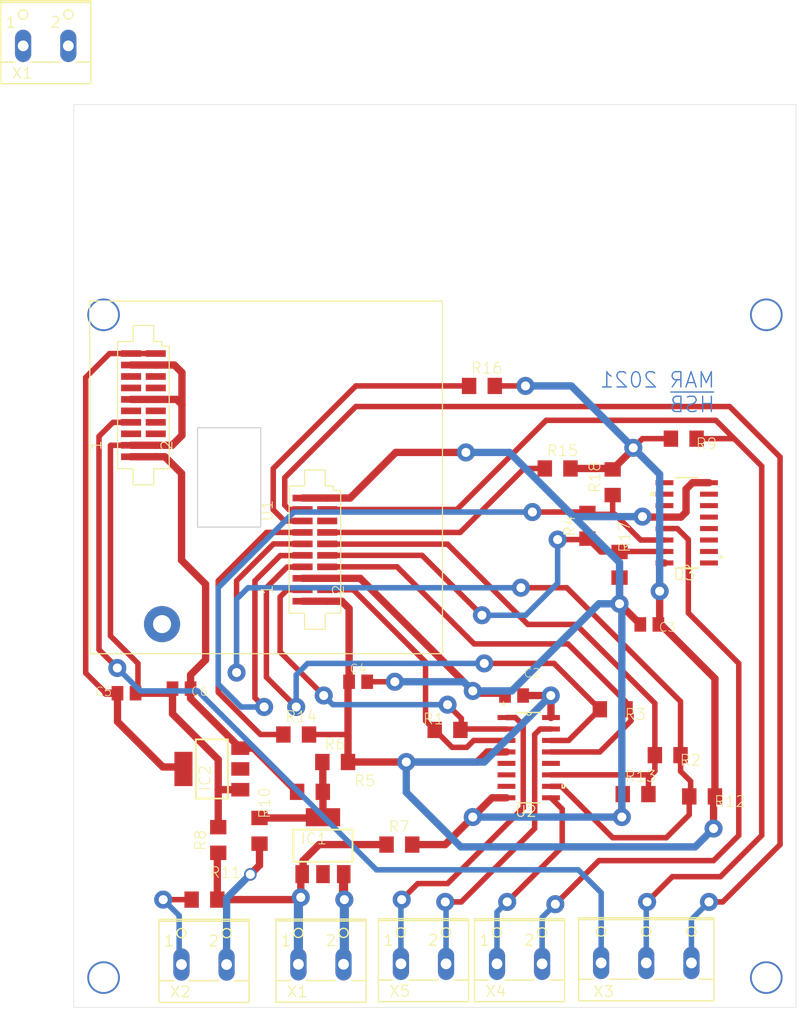
<source format=kicad_pcb>
(kicad_pcb (version 20171130) (host pcbnew "(5.1.9)-1")

  (general
    (thickness 1.6)
    (drawings 5)
    (tracks 375)
    (zones 0)
    (modules 34)
    (nets 48)
  )

  (page A4)
  (layers
    (0 Top signal)
    (31 Bottom signal)
    (32 B.Adhes user)
    (33 F.Adhes user)
    (34 B.Paste user)
    (35 F.Paste user)
    (36 B.SilkS user)
    (37 F.SilkS user)
    (38 B.Mask user)
    (39 F.Mask user)
    (40 Dwgs.User user)
    (41 Cmts.User user)
    (42 Eco1.User user)
    (43 Eco2.User user)
    (44 Edge.Cuts user)
    (45 Margin user)
    (46 B.CrtYd user)
    (47 F.CrtYd user)
    (48 B.Fab user)
    (49 F.Fab user)
  )

  (setup
    (last_trace_width 0.25)
    (trace_clearance 0.1524)
    (zone_clearance 0.508)
    (zone_45_only no)
    (trace_min 0.2)
    (via_size 0.8)
    (via_drill 0.4)
    (via_min_size 0.4)
    (via_min_drill 0.3)
    (uvia_size 0.3)
    (uvia_drill 0.1)
    (uvias_allowed no)
    (uvia_min_size 0.2)
    (uvia_min_drill 0.1)
    (edge_width 0.05)
    (segment_width 0.2)
    (pcb_text_width 0.3)
    (pcb_text_size 1.5 1.5)
    (mod_edge_width 0.12)
    (mod_text_size 1 1)
    (mod_text_width 0.15)
    (pad_size 1.524 1.524)
    (pad_drill 0.762)
    (pad_to_mask_clearance 0)
    (aux_axis_origin 0 0)
    (visible_elements 7FFFFFFF)
    (pcbplotparams
      (layerselection 0x010fc_ffffffff)
      (usegerberextensions false)
      (usegerberattributes true)
      (usegerberadvancedattributes true)
      (creategerberjobfile true)
      (excludeedgelayer true)
      (linewidth 0.100000)
      (plotframeref false)
      (viasonmask false)
      (mode 1)
      (useauxorigin false)
      (hpglpennumber 1)
      (hpglpenspeed 20)
      (hpglpendiameter 15.000000)
      (psnegative false)
      (psa4output false)
      (plotreference true)
      (plotvalue true)
      (plotinvisibletext false)
      (padsonsilk false)
      (subtractmaskfromsilk false)
      (outputformat 1)
      (mirror false)
      (drillshape 1)
      (scaleselection 1)
      (outputdirectory ""))
  )

  (net 0 "")
  (net 1 DGND)
  (net 2 AGND)
  (net 3 GND)
  (net 4 VDD)
  (net 5 VCC)
  (net 6 /HV)
  (net 7 /AVFE)
  (net 8 /PWR_ON)
  (net 9 /RST)
  (net 10 /GPIO)
  (net 11 "Net-(R16-Pad1)")
  (net 12 "Net-(R15-Pad1)")
  (net 13 "Net-(R14-Pad1)")
  (net 14 /SS_N)
  (net 15 /SS_P)
  (net 16 /MISO_N)
  (net 17 /MISO_P)
  (net 18 /MOSI_N)
  (net 19 /MOSI_P)
  (net 20 /CLK_N)
  (net 21 /CLK_P)
  (net 22 /MOSI)
  (net 23 /SS)
  (net 24 /CLK)
  (net 25 /MISO)
  (net 26 "Net-(IC1-Pad4)")
  (net 27 /CZT_VIN)
  (net 28 /LED-)
  (net 29 /LED+)
  (net 30 "Net-(R18-Pad1)")
  (net 31 "Net-(U1-Pad25)")
  (net 32 "Net-(U2-Pad12)")
  (net 33 "Net-(U2-Pad7)")
  (net 34 "Net-(U2-Pad6)")
  (net 35 "Net-(U2-Pad5)")
  (net 36 "Net-(U3-Pad11)")
  (net 37 "Net-(U3-Pad10)")
  (net 38 "Net-(U3-Pad9)")
  (net 39 "Net-(U3-Pad7)")
  (net 40 "Net-(U3-Pad6)")
  (net 41 "Net-(U3-Pad5)")
  (net 42 "Net-(U3-Pad4)")
  (net 43 "Net-(U3-Pad3)")
  (net 44 "Net-(U3-Pad2)")
  (net 45 "Net-(U3-Pad1)")
  (net 46 /VIN5V)
  (net 47 /AVFE_LDO)

  (net_class Default "This is the default net class."
    (clearance 0.1524)
    (trace_width 0.25)
    (via_dia 0.8)
    (via_drill 0.4)
    (uvia_dia 0.3)
    (uvia_drill 0.1)
    (add_net /AVFE)
    (add_net /AVFE_LDO)
    (add_net /CLK)
    (add_net /CLK_N)
    (add_net /CLK_P)
    (add_net /CZT_VIN)
    (add_net /GPIO)
    (add_net /HV)
    (add_net /LED+)
    (add_net /LED-)
    (add_net /MISO)
    (add_net /MISO_N)
    (add_net /MISO_P)
    (add_net /MOSI)
    (add_net /MOSI_N)
    (add_net /MOSI_P)
    (add_net /PWR_ON)
    (add_net /RST)
    (add_net /SS)
    (add_net /SS_N)
    (add_net /SS_P)
    (add_net /VIN5V)
    (add_net AGND)
    (add_net DGND)
    (add_net GND)
    (add_net "Net-(IC1-Pad4)")
    (add_net "Net-(R14-Pad1)")
    (add_net "Net-(R15-Pad1)")
    (add_net "Net-(R16-Pad1)")
    (add_net "Net-(R18-Pad1)")
    (add_net "Net-(U1-Pad25)")
    (add_net "Net-(U2-Pad12)")
    (add_net "Net-(U2-Pad5)")
    (add_net "Net-(U2-Pad6)")
    (add_net "Net-(U2-Pad7)")
    (add_net "Net-(U3-Pad1)")
    (add_net "Net-(U3-Pad10)")
    (add_net "Net-(U3-Pad11)")
    (add_net "Net-(U3-Pad2)")
    (add_net "Net-(U3-Pad3)")
    (add_net "Net-(U3-Pad4)")
    (add_net "Net-(U3-Pad5)")
    (add_net "Net-(U3-Pad6)")
    (add_net "Net-(U3-Pad7)")
    (add_net "Net-(U3-Pad9)")
    (add_net VCC)
    (add_net VDD)
  )

  (module CZTBoardV3:W237-102 (layer Top) (tedit 0) (tstamp 610BFF58)
    (at 105.395201 41.910201)
    (descr "<b>WAGO SCREW CLAMP</b>")
    (path /8679BB6D)
    (fp_text reference X1 (at -3.8462 5.0038) (layer F.SilkS)
      (effects (font (size 1.2065 1.2065) (thickness 0.12065)) (justify left bottom))
    )
    (fp_text value W237-102 (at -5.04 7.62) (layer F.Fab)
      (effects (font (size 1.2065 1.2065) (thickness 0.12065)) (justify left bottom))
    )
    (fp_text user 2 (at 0.421 -0.635) (layer F.SilkS)
      (effects (font (size 1.2065 1.2065) (thickness 0.127)) (justify left bottom))
    )
    (fp_text user 1 (at -4.532 -0.635) (layer F.SilkS)
      (effects (font (size 1.2065 1.2065) (thickness 0.127)) (justify left bottom))
    )
    (fp_line (start -3.491 2.286) (end -1.484 0.279) (layer F.Fab) (width 0.254))
    (fp_line (start 1.488 2.261) (end 3.469 0.254) (layer F.Fab) (width 0.254))
    (fp_line (start -4.989 5.461) (end 4.993 5.461) (layer F.SilkS) (width 0.1524))
    (fp_line (start 4.993 -3.734) (end 4.993 -3.531) (layer F.SilkS) (width 0.1524))
    (fp_line (start 4.993 -3.734) (end -4.989 -3.734) (layer F.SilkS) (width 0.1524))
    (fp_line (start -4.989 5.461) (end -4.989 3.073) (layer F.SilkS) (width 0.1524))
    (fp_line (start -4.989 3.073) (end -3.389 3.073) (layer F.SilkS) (width 0.1524))
    (fp_line (start -3.389 3.073) (end -1.611 3.073) (layer F.Fab) (width 0.1524))
    (fp_line (start -1.611 3.073) (end 1.615 3.073) (layer F.SilkS) (width 0.1524))
    (fp_line (start 3.393 3.073) (end 4.993 3.073) (layer F.SilkS) (width 0.1524))
    (fp_line (start -4.989 3.073) (end -4.989 -3.531) (layer F.SilkS) (width 0.1524))
    (fp_line (start 4.993 3.073) (end 4.993 5.461) (layer F.SilkS) (width 0.1524))
    (fp_line (start -4.989 -3.531) (end 4.993 -3.531) (layer F.SilkS) (width 0.1524))
    (fp_line (start -4.989 -3.531) (end -4.989 -3.734) (layer F.SilkS) (width 0.1524))
    (fp_line (start 4.993 -3.531) (end 4.993 3.073) (layer F.SilkS) (width 0.1524))
    (fp_line (start 1.615 3.073) (end 3.393 3.073) (layer F.Fab) (width 0.1524))
    (fp_circle (center -2.5 1.27) (end -1.0014 1.27) (layer F.Fab) (width 0.1524))
    (fp_circle (center -2.5 -2.2098) (end -1.992 -2.2098) (layer F.SilkS) (width 0.1524))
    (fp_circle (center 2.5038 1.27) (end 4.0024 1.27) (layer F.Fab) (width 0.1524))
    (fp_circle (center 2.5038 -2.2098) (end 3.0118 -2.2098) (layer F.SilkS) (width 0.1524))
    (pad 2 thru_hole oval (at 2.5 1.27 90) (size 3.5814 1.7907) (drill 1.1938) (layers *.Cu *.Mask)
      (net 46 /VIN5V) (solder_mask_margin 0.1016))
    (pad 1 thru_hole oval (at -2.5 1.27 90) (size 3.5814 1.7907) (drill 1.1938) (layers *.Cu *.Mask)
      (net 2 AGND) (solder_mask_margin 0.1016))
  )

  (module CZTBoardV3:C0805K (layer Top) (tedit 0) (tstamp 610ABE31)
    (at 157.2691 115.133349 180)
    (descr "<b>Ceramic Chip Capacitor KEMET 0805 reflow solder</b><p>\nMetric Code Size 2012")
    (path /EEABBFD7)
    (fp_text reference C2 (at -1 1.919) (layer F.SilkS)
      (effects (font (size 0.9652 0.9652) (thickness 0.077216)) (justify left bottom))
    )
    (fp_text value 0.1uF (at 2.048 0.63) (layer F.Fab)
      (effects (font (size 0.9652 0.9652) (thickness 0.077216)) (justify left bottom))
    )
    (fp_line (start -0.925 -0.6) (end 0.925 -0.6) (layer F.Fab) (width 0.1016))
    (fp_line (start 0.925 0.6) (end -0.925 0.6) (layer F.Fab) (width 0.1016))
    (fp_poly (pts (xy -1 0.65) (xy -0.5 0.65) (xy -0.5 -0.65) (xy -1 -0.65)) (layer F.Fab) (width 0))
    (fp_poly (pts (xy 0.5 0.65) (xy 1 0.65) (xy 1 -0.65) (xy 0.5 -0.65)) (layer F.Fab) (width 0))
    (pad 2 smd rect (at 1 0 180) (size 1.3 1.6) (layers Top F.Paste F.Mask)
      (net 2 AGND) (solder_mask_margin 0.1016))
    (pad 1 smd rect (at -1 0 180) (size 1.3 1.6) (layers Top F.Paste F.Mask)
      (net 4 VDD) (solder_mask_margin 0.1016))
  )

  (module CZTBoardV3:C0805K (layer Top) (tedit 0) (tstamp 610ABE3A)
    (at 172.2551 107.259349 180)
    (descr "<b>Ceramic Chip Capacitor KEMET 0805 reflow solder</b><p>\nMetric Code Size 2012")
    (path /4B947791)
    (fp_text reference C3 (at -1 -0.875) (layer F.SilkS)
      (effects (font (size 0.9652 0.9652) (thickness 0.077216)) (justify left bottom))
    )
    (fp_text value 0.01uF (at -1.508 2.154) (layer F.Fab)
      (effects (font (size 0.9652 0.9652) (thickness 0.077216)) (justify left bottom))
    )
    (fp_line (start -0.925 -0.6) (end 0.925 -0.6) (layer F.Fab) (width 0.1016))
    (fp_line (start 0.925 0.6) (end -0.925 0.6) (layer F.Fab) (width 0.1016))
    (fp_poly (pts (xy -1 0.65) (xy -0.5 0.65) (xy -0.5 -0.65) (xy -1 -0.65)) (layer F.Fab) (width 0))
    (fp_poly (pts (xy 0.5 0.65) (xy 1 0.65) (xy 1 -0.65) (xy 0.5 -0.65)) (layer F.Fab) (width 0))
    (pad 2 smd rect (at 1 0 180) (size 1.3 1.6) (layers Top F.Paste F.Mask)
      (net 2 AGND) (solder_mask_margin 0.1016))
    (pad 1 smd rect (at -1 0 180) (size 1.3 1.6) (layers Top F.Paste F.Mask)
      (net 4 VDD) (solder_mask_margin 0.1016))
  )

  (module CZTBoardV3:C0805K (layer Top) (tedit 0) (tstamp 610ABE43)
    (at 139.9971 113.609349)
    (descr "<b>Ceramic Chip Capacitor KEMET 0805 reflow solder</b><p>\nMetric Code Size 2012")
    (path /8927FE6E)
    (fp_text reference C4 (at -1 -0.875) (layer F.SilkS)
      (effects (font (size 0.9652 0.9652) (thickness 0.077216)) (justify left bottom))
    )
    (fp_text value 0.001uF (at -1 1.9) (layer F.Fab)
      (effects (font (size 0.9652 0.9652) (thickness 0.077216)) (justify left bottom))
    )
    (fp_line (start -0.925 -0.6) (end 0.925 -0.6) (layer F.Fab) (width 0.1016))
    (fp_line (start 0.925 0.6) (end -0.925 0.6) (layer F.Fab) (width 0.1016))
    (fp_poly (pts (xy -1 0.65) (xy -0.5 0.65) (xy -0.5 -0.65) (xy -1 -0.65)) (layer F.Fab) (width 0))
    (fp_poly (pts (xy 0.5 0.65) (xy 1 0.65) (xy 1 -0.65) (xy 0.5 -0.65)) (layer F.Fab) (width 0))
    (pad 2 smd rect (at 1 0) (size 1.3 1.6) (layers Top F.Paste F.Mask)
      (net 2 AGND) (solder_mask_margin 0.1016))
    (pad 1 smd rect (at -1 0) (size 1.3 1.6) (layers Top F.Paste F.Mask)
      (net 4 VDD) (solder_mask_margin 0.1016))
  )

  (module CZTBoardV3:C0805K (layer Top) (tedit 0) (tstamp 610ABE4C)
    (at 114.3431 114.879349)
    (descr "<b>Ceramic Chip Capacitor KEMET 0805 reflow solder</b><p>\nMetric Code Size 2012")
    (path /A35C59BC)
    (fp_text reference C5 (at -3.54 0.395) (layer F.SilkS)
      (effects (font (size 0.9652 0.9652) (thickness 0.077216)) (justify left bottom))
    )
    (fp_text value C5 (at -1 1.9) (layer F.Fab)
      (effects (font (size 0.9652 0.9652) (thickness 0.077216)) (justify left bottom))
    )
    (fp_line (start -0.925 -0.6) (end 0.925 -0.6) (layer F.Fab) (width 0.1016))
    (fp_line (start 0.925 0.6) (end -0.925 0.6) (layer F.Fab) (width 0.1016))
    (fp_poly (pts (xy -1 0.65) (xy -0.5 0.65) (xy -0.5 -0.65) (xy -1 -0.65)) (layer F.Fab) (width 0))
    (fp_poly (pts (xy 0.5 0.65) (xy 1 0.65) (xy 1 -0.65) (xy 0.5 -0.65)) (layer F.Fab) (width 0))
    (pad 2 smd rect (at 1 0) (size 1.3 1.6) (layers Top F.Paste F.Mask)
      (net 2 AGND) (solder_mask_margin 0.1016))
    (pad 1 smd rect (at -1 0) (size 1.3 1.6) (layers Top F.Paste F.Mask)
      (net 7 /AVFE) (solder_mask_margin 0.1016))
  )

  (module CZTBoardV3:C0805K (layer Top) (tedit 0) (tstamp 610ABE55)
    (at 120.4391 114.371349 180)
    (descr "<b>Ceramic Chip Capacitor KEMET 0805 reflow solder</b><p>\nMetric Code Size 2012")
    (path /0CFD014E)
    (fp_text reference C6 (at -1 -0.875) (layer F.SilkS)
      (effects (font (size 0.9652 0.9652) (thickness 0.077216)) (justify left bottom))
    )
    (fp_text value 0.01uF (at -1 1.9) (layer F.Fab)
      (effects (font (size 0.9652 0.9652) (thickness 0.077216)) (justify left bottom))
    )
    (fp_line (start -0.925 -0.6) (end 0.925 -0.6) (layer F.Fab) (width 0.1016))
    (fp_line (start 0.925 0.6) (end -0.925 0.6) (layer F.Fab) (width 0.1016))
    (fp_poly (pts (xy -1 0.65) (xy -0.5 0.65) (xy -0.5 -0.65) (xy -1 -0.65)) (layer F.Fab) (width 0))
    (fp_poly (pts (xy 0.5 0.65) (xy 1 0.65) (xy 1 -0.65) (xy 0.5 -0.65)) (layer F.Fab) (width 0))
    (pad 2 smd rect (at 1 0 180) (size 1.3 1.6) (layers Top F.Paste F.Mask)
      (net 2 AGND) (solder_mask_margin 0.1016))
    (pad 1 smd rect (at -1 0 180) (size 1.3 1.6) (layers Top F.Paste F.Mask)
      (net 5 VCC) (solder_mask_margin 0.1016))
  )

  (module CZTBoardV3:SOT223 (layer Top) (tedit 0) (tstamp 610ABE5E)
    (at 136.1017 131.763749)
    (descr "<b>Small Outline Transistor 223</b><p>\nPLASTIC PACKAGE CASE 318E-04<br>\nSource: http://www.onsemi.co.jp .. LM137M-D.PDF")
    (path /22F7723E)
    (fp_text reference IC1 (at -2.54 -0.0508) (layer F.SilkS)
      (effects (font (size 1.2065 1.2065) (thickness 0.09652)) (justify left bottom))
    )
    (fp_text value LD117AS (at -1.54 1.3208) (layer F.Fab)
      (effects (font (size 1.2065 1.2065) (thickness 0.09652)) (justify left bottom))
    )
    (fp_line (start 3.277 -1.778) (end 3.277 1.778) (layer F.SilkS) (width 0.2032))
    (fp_line (start 3.277 1.778) (end -3.277 1.778) (layer F.SilkS) (width 0.2032))
    (fp_line (start -3.277 1.778) (end -3.277 -1.778) (layer F.SilkS) (width 0.2032))
    (fp_line (start -3.277 -1.778) (end 3.277 -1.778) (layer F.SilkS) (width 0.2032))
    (fp_line (start 0 0.7) (end 0 -0.6) (layer Cmts.User) (width 0.127))
    (fp_line (start 0 -0.6) (end -0.2 -0.2) (layer Cmts.User) (width 0.127))
    (fp_line (start -0.2 -0.2) (end 0.2 -0.2) (layer Cmts.User) (width 0.127))
    (fp_line (start 0.2 -0.2) (end 0 -0.6) (layer Cmts.User) (width 0.127))
    (fp_line (start 0 0.7) (end 0.2 0.3) (layer Cmts.User) (width 0.127))
    (fp_line (start 0.2 0.3) (end -0.2 0.3) (layer Cmts.User) (width 0.127))
    (fp_line (start -0.2 0.3) (end 0 0.7) (layer Cmts.User) (width 0.127))
    (fp_poly (pts (xy -1.6002 -3.6576) (xy -1.6002 -1.8034) (xy 1.6002 -1.8034) (xy 1.6002 -3.6576)) (layer F.Fab) (width 0))
    (fp_poly (pts (xy -0.4318 1.8034) (xy -0.4318 3.6576) (xy 0.4318 3.6576) (xy 0.4318 1.8034)) (layer F.Fab) (width 0))
    (fp_poly (pts (xy -2.7432 1.8034) (xy -2.7432 3.6576) (xy -1.8796 3.6576) (xy -1.8796 1.8034)) (layer F.Fab) (width 0))
    (fp_poly (pts (xy 1.8796 1.8034) (xy 1.8796 3.6576) (xy 2.7432 3.6576) (xy 2.7432 1.8034)) (layer F.Fab) (width 0))
    (fp_poly (pts (xy -1.6002 -3.6576) (xy -1.6002 -1.8034) (xy 1.6002 -1.8034) (xy 1.6002 -3.6576)) (layer F.Fab) (width 0))
    (fp_poly (pts (xy -0.4318 1.8034) (xy -0.4318 3.6576) (xy 0.4318 3.6576) (xy 0.4318 1.8034)) (layer F.Fab) (width 0))
    (fp_poly (pts (xy -2.7432 1.8034) (xy -2.7432 3.6576) (xy -1.8796 3.6576) (xy -1.8796 1.8034)) (layer F.Fab) (width 0))
    (fp_poly (pts (xy 1.8796 1.8034) (xy 1.8796 3.6576) (xy 2.7432 3.6576) (xy 2.7432 1.8034)) (layer F.Fab) (width 0))
    (fp_text user wavesoldering (at 0.4 0.5) (layer Cmts.User)
      (effects (font (size 0.2413 0.2413) (thickness 0.02032)) (justify left bottom))
    )
    (fp_text user "transportation for" (at 0.4 0.05) (layer Cmts.User)
      (effects (font (size 0.2413 0.2413) (thickness 0.02032)) (justify left bottom))
    )
    (fp_text user "direction of pcb" (at 0.4 -0.4) (layer Cmts.User)
      (effects (font (size 0.2413 0.2413) (thickness 0.02032)) (justify left bottom))
    )
    (pad 4 smd rect (at 0 -3.15) (size 3.8 2) (layers Top F.Paste F.Mask)
      (net 5 VCC) (solder_mask_margin 0.1016))
    (pad 3 smd rect (at 2.3 3.15) (size 1.5 2) (layers Top F.Paste F.Mask)
      (net 46 /VIN5V) (solder_mask_margin 0.1016))
    (pad 2 smd rect (at 0 3.15) (size 1.5 2) (layers Top F.Paste F.Mask)
      (solder_mask_margin 0.1016))
    (pad 1 smd rect (at -2.3 3.15) (size 1.5 2) (layers Top F.Paste F.Mask)
      (net 2 AGND) (solder_mask_margin 0.1016))
  )

  (module CZTBoardV3:SOT223 (layer Top) (tedit 0) (tstamp 610ABE7B)
    (at 123.7995 123.265949 90)
    (descr "<b>Small Outline Transistor 223</b><p>\nPLASTIC PACKAGE CASE 318E-04<br>\nSource: http://www.onsemi.co.jp .. LM137M-D.PDF")
    (path /BC34DC86)
    (fp_text reference IC2 (at -2.54 -0.0508 90) (layer F.SilkS)
      (effects (font (size 1.2065 1.2065) (thickness 0.09652)) (justify left bottom))
    )
    (fp_text value LD117AS (at -2.54 1.3208 90) (layer F.Fab)
      (effects (font (size 1.2065 1.2065) (thickness 0.09652)) (justify left bottom))
    )
    (fp_line (start 3.277 -1.778) (end 3.277 1.778) (layer F.SilkS) (width 0.2032))
    (fp_line (start 3.277 1.778) (end -3.277 1.778) (layer F.SilkS) (width 0.2032))
    (fp_line (start -3.277 1.778) (end -3.277 -1.778) (layer F.SilkS) (width 0.2032))
    (fp_line (start -3.277 -1.778) (end 3.277 -1.778) (layer F.SilkS) (width 0.2032))
    (fp_line (start 0 0.7) (end 0 -0.6) (layer Cmts.User) (width 0.127))
    (fp_line (start 0 -0.6) (end -0.2 -0.2) (layer Cmts.User) (width 0.127))
    (fp_line (start -0.2 -0.2) (end 0.2 -0.2) (layer Cmts.User) (width 0.127))
    (fp_line (start 0.2 -0.2) (end 0 -0.6) (layer Cmts.User) (width 0.127))
    (fp_line (start 0 0.7) (end 0.2 0.3) (layer Cmts.User) (width 0.127))
    (fp_line (start 0.2 0.3) (end -0.2 0.3) (layer Cmts.User) (width 0.127))
    (fp_line (start -0.2 0.3) (end 0 0.7) (layer Cmts.User) (width 0.127))
    (fp_poly (pts (xy -1.6002 -3.6576) (xy -1.6002 -1.8034) (xy 1.6002 -1.8034) (xy 1.6002 -3.6576)) (layer F.Fab) (width 0))
    (fp_poly (pts (xy -0.4318 1.8034) (xy -0.4318 3.6576) (xy 0.4318 3.6576) (xy 0.4318 1.8034)) (layer F.Fab) (width 0))
    (fp_poly (pts (xy -2.7432 1.8034) (xy -2.7432 3.6576) (xy -1.8796 3.6576) (xy -1.8796 1.8034)) (layer F.Fab) (width 0))
    (fp_poly (pts (xy 1.8796 1.8034) (xy 1.8796 3.6576) (xy 2.7432 3.6576) (xy 2.7432 1.8034)) (layer F.Fab) (width 0))
    (fp_poly (pts (xy -1.6002 -3.6576) (xy -1.6002 -1.8034) (xy 1.6002 -1.8034) (xy 1.6002 -3.6576)) (layer F.Fab) (width 0))
    (fp_poly (pts (xy -0.4318 1.8034) (xy -0.4318 3.6576) (xy 0.4318 3.6576) (xy 0.4318 1.8034)) (layer F.Fab) (width 0))
    (fp_poly (pts (xy -2.7432 1.8034) (xy -2.7432 3.6576) (xy -1.8796 3.6576) (xy -1.8796 1.8034)) (layer F.Fab) (width 0))
    (fp_poly (pts (xy 1.8796 1.8034) (xy 1.8796 3.6576) (xy 2.7432 3.6576) (xy 2.7432 1.8034)) (layer F.Fab) (width 0))
    (fp_text user wavesoldering (at 0.4 0.5 90) (layer Cmts.User)
      (effects (font (size 0.2413 0.2413) (thickness 0.02032)) (justify left bottom))
    )
    (fp_text user "transportation for" (at 0.4 0.05 90) (layer Cmts.User)
      (effects (font (size 0.2413 0.2413) (thickness 0.02032)) (justify left bottom))
    )
    (fp_text user "direction of pcb" (at 0.4 -0.4 90) (layer Cmts.User)
      (effects (font (size 0.2413 0.2413) (thickness 0.02032)) (justify left bottom))
    )
    (pad 4 smd rect (at 0 -3.15 90) (size 3.8 2) (layers Top F.Paste F.Mask)
      (net 47 /AVFE_LDO) (solder_mask_margin 0.1016))
    (pad 3 smd rect (at 2.3 3.15 90) (size 1.5 2) (layers Top F.Paste F.Mask)
      (net 5 VCC) (solder_mask_margin 0.1016))
    (pad 2 smd rect (at 0 3.15 90) (size 1.5 2) (layers Top F.Paste F.Mask)
      (solder_mask_margin 0.1016))
    (pad 1 smd rect (at -2.3 3.15 90) (size 1.5 2) (layers Top F.Paste F.Mask)
      (net 2 AGND) (solder_mask_margin 0.1016))
  )

  (module CZTBoardV3:R1206 (layer Top) (tedit 0) (tstamp 610ABE98)
    (at 149.9031 118.943349 180)
    (descr <b>RESISTOR</b>)
    (path /E6C7F8B8)
    (fp_text reference R1 (at 2.794 0.508) (layer F.SilkS)
      (effects (font (size 1.2065 1.2065) (thickness 0.09652)) (justify left bottom))
    )
    (fp_text value 100 (at -1.27 2.54) (layer F.Fab)
      (effects (font (size 1.2065 1.2065) (thickness 0.09652)) (justify left bottom))
    )
    (fp_line (start 0.9525 0.8128) (end -0.9652 0.8128) (layer F.Fab) (width 0.1524))
    (fp_line (start 0.9525 -0.8128) (end -0.9652 -0.8128) (layer F.Fab) (width 0.1524))
    (fp_line (start -2.473 -0.983) (end 2.473 -0.983) (layer Dwgs.User) (width 0.0508))
    (fp_line (start 2.473 -0.983) (end 2.473 0.983) (layer Dwgs.User) (width 0.0508))
    (fp_line (start 2.473 0.983) (end -2.473 0.983) (layer Dwgs.User) (width 0.0508))
    (fp_line (start -2.473 0.983) (end -2.473 -0.983) (layer Dwgs.User) (width 0.0508))
    (fp_poly (pts (xy -1.6891 0.8763) (xy -0.9525 0.8763) (xy -0.9525 -0.8763) (xy -1.6891 -0.8763)) (layer F.Fab) (width 0))
    (fp_poly (pts (xy 0.9525 0.8763) (xy 1.6891 0.8763) (xy 1.6891 -0.8763) (xy 0.9525 -0.8763)) (layer F.Fab) (width 0))
    (fp_poly (pts (xy -0.3 0.7) (xy 0.3 0.7) (xy 0.3 -0.7) (xy -0.3 -0.7)) (layer F.Adhes) (width 0))
    (pad 1 smd rect (at -1.422 0 180) (size 1.6 1.803) (layers Top F.Paste F.Mask)
      (net 21 /CLK_P) (solder_mask_margin 0.1016))
    (pad 2 smd rect (at 1.422 0 180) (size 1.6 1.803) (layers Top F.Paste F.Mask)
      (net 20 /CLK_N) (solder_mask_margin 0.1016))
  )

  (module CZTBoardV3:R1206 (layer Top) (tedit 0) (tstamp 610ABEA6)
    (at 122.9791 137.739349 180)
    (descr <b>RESISTOR</b>)
    (path /369C72E5)
    (fp_text reference R11 (at -0.508 2.286) (layer F.SilkS)
      (effects (font (size 1.2065 1.2065) (thickness 0.09652)) (justify left bottom))
    )
    (fp_text value 10k (at 2.794 2.286) (layer F.Fab)
      (effects (font (size 1.2065 1.2065) (thickness 0.09652)) (justify left bottom))
    )
    (fp_line (start 0.9525 0.8128) (end -0.9652 0.8128) (layer F.Fab) (width 0.1524))
    (fp_line (start 0.9525 -0.8128) (end -0.9652 -0.8128) (layer F.Fab) (width 0.1524))
    (fp_line (start -2.473 -0.983) (end 2.473 -0.983) (layer Dwgs.User) (width 0.0508))
    (fp_line (start 2.473 -0.983) (end 2.473 0.983) (layer Dwgs.User) (width 0.0508))
    (fp_line (start 2.473 0.983) (end -2.473 0.983) (layer Dwgs.User) (width 0.0508))
    (fp_line (start -2.473 0.983) (end -2.473 -0.983) (layer Dwgs.User) (width 0.0508))
    (fp_poly (pts (xy -1.6891 0.8763) (xy -0.9525 0.8763) (xy -0.9525 -0.8763) (xy -1.6891 -0.8763)) (layer F.Fab) (width 0))
    (fp_poly (pts (xy 0.9525 0.8763) (xy 1.6891 0.8763) (xy 1.6891 -0.8763) (xy 0.9525 -0.8763)) (layer F.Fab) (width 0))
    (fp_poly (pts (xy -0.3 0.7) (xy 0.3 0.7) (xy 0.3 -0.7) (xy -0.3 -0.7)) (layer F.Adhes) (width 0))
    (pad 1 smd rect (at -1.422 0 180) (size 1.6 1.803) (layers Top F.Paste F.Mask)
      (net 2 AGND) (solder_mask_margin 0.1016))
    (pad 2 smd rect (at 1.422 0 180) (size 1.6 1.803) (layers Top F.Paste F.Mask)
      (net 28 /LED-) (solder_mask_margin 0.1016))
  )

  (module CZTBoardV3:R1206 (layer Top) (tedit 0) (tstamp 610ABEB4)
    (at 178.0971 126.309349 180)
    (descr <b>RESISTOR</b>)
    (path /F9C269AE)
    (fp_text reference R12 (at -1.27 -1.27) (layer F.SilkS)
      (effects (font (size 1.2065 1.2065) (thickness 0.09652)) (justify left bottom))
    )
    (fp_text value 10k (at -1.27 2.54) (layer F.Fab)
      (effects (font (size 1.2065 1.2065) (thickness 0.09652)) (justify left bottom))
    )
    (fp_line (start 0.9525 0.8128) (end -0.9652 0.8128) (layer F.Fab) (width 0.1524))
    (fp_line (start 0.9525 -0.8128) (end -0.9652 -0.8128) (layer F.Fab) (width 0.1524))
    (fp_line (start -2.473 -0.983) (end 2.473 -0.983) (layer Dwgs.User) (width 0.0508))
    (fp_line (start 2.473 -0.983) (end 2.473 0.983) (layer Dwgs.User) (width 0.0508))
    (fp_line (start 2.473 0.983) (end -2.473 0.983) (layer Dwgs.User) (width 0.0508))
    (fp_line (start -2.473 0.983) (end -2.473 -0.983) (layer Dwgs.User) (width 0.0508))
    (fp_poly (pts (xy -1.6891 0.8763) (xy -0.9525 0.8763) (xy -0.9525 -0.8763) (xy -1.6891 -0.8763)) (layer F.Fab) (width 0))
    (fp_poly (pts (xy 0.9525 0.8763) (xy 1.6891 0.8763) (xy 1.6891 -0.8763) (xy 0.9525 -0.8763)) (layer F.Fab) (width 0))
    (fp_poly (pts (xy -0.3 0.7) (xy 0.3 0.7) (xy 0.3 -0.7) (xy -0.3 -0.7)) (layer F.Adhes) (width 0))
    (pad 1 smd rect (at -1.422 0 180) (size 1.6 1.803) (layers Top F.Paste F.Mask)
      (net 4 VDD) (solder_mask_margin 0.1016))
    (pad 2 smd rect (at 1.422 0 180) (size 1.6 1.803) (layers Top F.Paste F.Mask)
      (net 15 /SS_P) (solder_mask_margin 0.1016))
  )

  (module CZTBoardV3:R1206 (layer Top) (tedit 0) (tstamp 610ABEC2)
    (at 170.7311 126.055349)
    (descr <b>RESISTOR</b>)
    (path /5685369C)
    (fp_text reference R13 (at -1.27 -1.27) (layer F.SilkS)
      (effects (font (size 1.2065 1.2065) (thickness 0.09652)) (justify left bottom))
    )
    (fp_text value 10k (at -1.27 2.54) (layer F.Fab)
      (effects (font (size 1.2065 1.2065) (thickness 0.09652)) (justify left bottom))
    )
    (fp_line (start 0.9525 0.8128) (end -0.9652 0.8128) (layer F.Fab) (width 0.1524))
    (fp_line (start 0.9525 -0.8128) (end -0.9652 -0.8128) (layer F.Fab) (width 0.1524))
    (fp_line (start -2.473 -0.983) (end 2.473 -0.983) (layer Dwgs.User) (width 0.0508))
    (fp_line (start 2.473 -0.983) (end 2.473 0.983) (layer Dwgs.User) (width 0.0508))
    (fp_line (start 2.473 0.983) (end -2.473 0.983) (layer Dwgs.User) (width 0.0508))
    (fp_line (start -2.473 0.983) (end -2.473 -0.983) (layer Dwgs.User) (width 0.0508))
    (fp_poly (pts (xy -1.6891 0.8763) (xy -0.9525 0.8763) (xy -0.9525 -0.8763) (xy -1.6891 -0.8763)) (layer F.Fab) (width 0))
    (fp_poly (pts (xy 0.9525 0.8763) (xy 1.6891 0.8763) (xy 1.6891 -0.8763) (xy 0.9525 -0.8763)) (layer F.Fab) (width 0))
    (fp_poly (pts (xy -0.3 0.7) (xy 0.3 0.7) (xy 0.3 -0.7) (xy -0.3 -0.7)) (layer F.Adhes) (width 0))
    (pad 1 smd rect (at -1.422 0) (size 1.6 1.803) (layers Top F.Paste F.Mask)
      (net 2 AGND) (solder_mask_margin 0.1016))
    (pad 2 smd rect (at 1.422 0) (size 1.6 1.803) (layers Top F.Paste F.Mask)
      (net 14 /SS_N) (solder_mask_margin 0.1016))
  )

  (module CZTBoardV3:R1206 (layer Top) (tedit 0) (tstamp 610ABED0)
    (at 133.1391 119.451349)
    (descr <b>RESISTOR</b>)
    (path /5915D5B8)
    (fp_text reference R14 (at -1.27 -1.27) (layer F.SilkS)
      (effects (font (size 1.2065 1.2065) (thickness 0.09652)) (justify left bottom))
    )
    (fp_text value 10k (at -1.27 2.54) (layer F.Fab)
      (effects (font (size 1.2065 1.2065) (thickness 0.09652)) (justify left bottom))
    )
    (fp_line (start 0.9525 0.8128) (end -0.9652 0.8128) (layer F.Fab) (width 0.1524))
    (fp_line (start 0.9525 -0.8128) (end -0.9652 -0.8128) (layer F.Fab) (width 0.1524))
    (fp_line (start -2.473 -0.983) (end 2.473 -0.983) (layer Dwgs.User) (width 0.0508))
    (fp_line (start 2.473 -0.983) (end 2.473 0.983) (layer Dwgs.User) (width 0.0508))
    (fp_line (start 2.473 0.983) (end -2.473 0.983) (layer Dwgs.User) (width 0.0508))
    (fp_line (start -2.473 0.983) (end -2.473 -0.983) (layer Dwgs.User) (width 0.0508))
    (fp_poly (pts (xy -1.6891 0.8763) (xy -0.9525 0.8763) (xy -0.9525 -0.8763) (xy -1.6891 -0.8763)) (layer F.Fab) (width 0))
    (fp_poly (pts (xy 0.9525 0.8763) (xy 1.6891 0.8763) (xy 1.6891 -0.8763) (xy 0.9525 -0.8763)) (layer F.Fab) (width 0))
    (fp_poly (pts (xy -0.3 0.7) (xy 0.3 0.7) (xy 0.3 -0.7) (xy -0.3 -0.7)) (layer F.Adhes) (width 0))
    (pad 1 smd rect (at -1.422 0) (size 1.6 1.803) (layers Top F.Paste F.Mask)
      (net 13 "Net-(R14-Pad1)") (solder_mask_margin 0.1016))
    (pad 2 smd rect (at 1.422 0) (size 1.6 1.803) (layers Top F.Paste F.Mask)
      (net 4 VDD) (solder_mask_margin 0.1016))
  )

  (module CZTBoardV3:R1206 (layer Top) (tedit 0) (tstamp 610ABEDE)
    (at 162.0951 89.987349)
    (descr <b>RESISTOR</b>)
    (path /ED00AE7A)
    (fp_text reference R15 (at -1.27 -1.27) (layer F.SilkS)
      (effects (font (size 1.2065 1.2065) (thickness 0.09652)) (justify left bottom))
    )
    (fp_text value 10k (at -1.27 2.54) (layer F.Fab)
      (effects (font (size 1.2065 1.2065) (thickness 0.09652)) (justify left bottom))
    )
    (fp_line (start 0.9525 0.8128) (end -0.9652 0.8128) (layer F.Fab) (width 0.1524))
    (fp_line (start 0.9525 -0.8128) (end -0.9652 -0.8128) (layer F.Fab) (width 0.1524))
    (fp_line (start -2.473 -0.983) (end 2.473 -0.983) (layer Dwgs.User) (width 0.0508))
    (fp_line (start 2.473 -0.983) (end 2.473 0.983) (layer Dwgs.User) (width 0.0508))
    (fp_line (start 2.473 0.983) (end -2.473 0.983) (layer Dwgs.User) (width 0.0508))
    (fp_line (start -2.473 0.983) (end -2.473 -0.983) (layer Dwgs.User) (width 0.0508))
    (fp_poly (pts (xy -1.6891 0.8763) (xy -0.9525 0.8763) (xy -0.9525 -0.8763) (xy -1.6891 -0.8763)) (layer F.Fab) (width 0))
    (fp_poly (pts (xy 0.9525 0.8763) (xy 1.6891 0.8763) (xy 1.6891 -0.8763) (xy 0.9525 -0.8763)) (layer F.Fab) (width 0))
    (fp_poly (pts (xy -0.3 0.7) (xy 0.3 0.7) (xy 0.3 -0.7) (xy -0.3 -0.7)) (layer F.Adhes) (width 0))
    (pad 1 smd rect (at -1.422 0) (size 1.6 1.803) (layers Top F.Paste F.Mask)
      (net 12 "Net-(R15-Pad1)") (solder_mask_margin 0.1016))
    (pad 2 smd rect (at 1.422 0) (size 1.6 1.803) (layers Top F.Paste F.Mask)
      (net 4 VDD) (solder_mask_margin 0.1016))
  )

  (module CZTBoardV3:R1206 (layer Top) (tedit 0) (tstamp 610ABEEC)
    (at 153.7131 80.843349)
    (descr <b>RESISTOR</b>)
    (path /96705122)
    (fp_text reference R16 (at -1.27 -1.27) (layer F.SilkS)
      (effects (font (size 1.2065 1.2065) (thickness 0.09652)) (justify left bottom))
    )
    (fp_text value 10k (at -1.27 2.54) (layer F.Fab)
      (effects (font (size 1.2065 1.2065) (thickness 0.09652)) (justify left bottom))
    )
    (fp_line (start 0.9525 0.8128) (end -0.9652 0.8128) (layer F.Fab) (width 0.1524))
    (fp_line (start 0.9525 -0.8128) (end -0.9652 -0.8128) (layer F.Fab) (width 0.1524))
    (fp_line (start -2.473 -0.983) (end 2.473 -0.983) (layer Dwgs.User) (width 0.0508))
    (fp_line (start 2.473 -0.983) (end 2.473 0.983) (layer Dwgs.User) (width 0.0508))
    (fp_line (start 2.473 0.983) (end -2.473 0.983) (layer Dwgs.User) (width 0.0508))
    (fp_line (start -2.473 0.983) (end -2.473 -0.983) (layer Dwgs.User) (width 0.0508))
    (fp_poly (pts (xy -1.6891 0.8763) (xy -0.9525 0.8763) (xy -0.9525 -0.8763) (xy -1.6891 -0.8763)) (layer F.Fab) (width 0))
    (fp_poly (pts (xy 0.9525 0.8763) (xy 1.6891 0.8763) (xy 1.6891 -0.8763) (xy 0.9525 -0.8763)) (layer F.Fab) (width 0))
    (fp_poly (pts (xy -0.3 0.7) (xy 0.3 0.7) (xy 0.3 -0.7) (xy -0.3 -0.7)) (layer F.Adhes) (width 0))
    (pad 1 smd rect (at -1.422 0) (size 1.6 1.803) (layers Top F.Paste F.Mask)
      (net 11 "Net-(R16-Pad1)") (solder_mask_margin 0.1016))
    (pad 2 smd rect (at 1.422 0) (size 1.6 1.803) (layers Top F.Paste F.Mask)
      (net 4 VDD) (solder_mask_margin 0.1016))
  )

  (module CZTBoardV3:R1206 (layer Top) (tedit 0) (tstamp 610ABEFA)
    (at 168.9531 100.655349 270)
    (descr <b>RESISTOR</b>)
    (path /AC3F9421)
    (fp_text reference R17 (at -1.27 -1.27 90) (layer F.SilkS)
      (effects (font (size 1.2065 1.2065) (thickness 0.09652)) (justify left bottom))
    )
    (fp_text value 10k (at -1.27 2.54 90) (layer F.Fab)
      (effects (font (size 1.2065 1.2065) (thickness 0.09652)) (justify left bottom))
    )
    (fp_line (start 0.9525 0.8128) (end -0.9652 0.8128) (layer F.Fab) (width 0.1524))
    (fp_line (start 0.9525 -0.8128) (end -0.9652 -0.8128) (layer F.Fab) (width 0.1524))
    (fp_line (start -2.473 -0.983) (end 2.473 -0.983) (layer Dwgs.User) (width 0.0508))
    (fp_line (start 2.473 -0.983) (end 2.473 0.983) (layer Dwgs.User) (width 0.0508))
    (fp_line (start 2.473 0.983) (end -2.473 0.983) (layer Dwgs.User) (width 0.0508))
    (fp_line (start -2.473 0.983) (end -2.473 -0.983) (layer Dwgs.User) (width 0.0508))
    (fp_poly (pts (xy -1.6891 0.8763) (xy -0.9525 0.8763) (xy -0.9525 -0.8763) (xy -1.6891 -0.8763)) (layer F.Fab) (width 0))
    (fp_poly (pts (xy 0.9525 0.8763) (xy 1.6891 0.8763) (xy 1.6891 -0.8763) (xy 0.9525 -0.8763)) (layer F.Fab) (width 0))
    (fp_poly (pts (xy -0.3 0.7) (xy 0.3 0.7) (xy 0.3 -0.7) (xy -0.3 -0.7)) (layer F.Adhes) (width 0))
    (pad 1 smd rect (at -1.422 0 270) (size 1.6 1.803) (layers Top F.Paste F.Mask)
      (net 16 /MISO_N) (solder_mask_margin 0.1016))
    (pad 2 smd rect (at 1.422 0 270) (size 1.6 1.803) (layers Top F.Paste F.Mask)
      (net 2 AGND) (solder_mask_margin 0.1016))
  )

  (module CZTBoardV3:R1206 (layer Top) (tedit 0) (tstamp 610ABF08)
    (at 168.1911 91.511349 90)
    (descr <b>RESISTOR</b>)
    (path /3D2E9ECA)
    (fp_text reference R18 (at -1.27 -1.27 90) (layer F.SilkS)
      (effects (font (size 1.2065 1.2065) (thickness 0.09652)) (justify left bottom))
    )
    (fp_text value 10k (at -1.27 2.54 90) (layer F.Fab)
      (effects (font (size 1.2065 1.2065) (thickness 0.09652)) (justify left bottom))
    )
    (fp_line (start 0.9525 0.8128) (end -0.9652 0.8128) (layer F.Fab) (width 0.1524))
    (fp_line (start 0.9525 -0.8128) (end -0.9652 -0.8128) (layer F.Fab) (width 0.1524))
    (fp_line (start -2.473 -0.983) (end 2.473 -0.983) (layer Dwgs.User) (width 0.0508))
    (fp_line (start 2.473 -0.983) (end 2.473 0.983) (layer Dwgs.User) (width 0.0508))
    (fp_line (start 2.473 0.983) (end -2.473 0.983) (layer Dwgs.User) (width 0.0508))
    (fp_line (start -2.473 0.983) (end -2.473 -0.983) (layer Dwgs.User) (width 0.0508))
    (fp_poly (pts (xy -1.6891 0.8763) (xy -0.9525 0.8763) (xy -0.9525 -0.8763) (xy -1.6891 -0.8763)) (layer F.Fab) (width 0))
    (fp_poly (pts (xy 0.9525 0.8763) (xy 1.6891 0.8763) (xy 1.6891 -0.8763) (xy 0.9525 -0.8763)) (layer F.Fab) (width 0))
    (fp_poly (pts (xy -0.3 0.7) (xy 0.3 0.7) (xy 0.3 -0.7) (xy -0.3 -0.7)) (layer F.Adhes) (width 0))
    (pad 1 smd rect (at -1.422 0 90) (size 1.6 1.803) (layers Top F.Paste F.Mask)
      (net 30 "Net-(R18-Pad1)") (solder_mask_margin 0.1016))
    (pad 2 smd rect (at 1.422 0 90) (size 1.6 1.803) (layers Top F.Paste F.Mask)
      (net 4 VDD) (solder_mask_margin 0.1016))
  )

  (module CZTBoardV3:R1206 (layer Top) (tedit 0) (tstamp 610ABF16)
    (at 174.2871 121.737349 180)
    (descr <b>RESISTOR</b>)
    (path /37FF1F05)
    (fp_text reference R2 (at -1.27 -1.27) (layer F.SilkS)
      (effects (font (size 1.2065 1.2065) (thickness 0.09652)) (justify left bottom))
    )
    (fp_text value 100 (at -1.27 2.54) (layer F.Fab)
      (effects (font (size 1.2065 1.2065) (thickness 0.09652)) (justify left bottom))
    )
    (fp_line (start 0.9525 0.8128) (end -0.9652 0.8128) (layer F.Fab) (width 0.1524))
    (fp_line (start 0.9525 -0.8128) (end -0.9652 -0.8128) (layer F.Fab) (width 0.1524))
    (fp_line (start -2.473 -0.983) (end 2.473 -0.983) (layer Dwgs.User) (width 0.0508))
    (fp_line (start 2.473 -0.983) (end 2.473 0.983) (layer Dwgs.User) (width 0.0508))
    (fp_line (start 2.473 0.983) (end -2.473 0.983) (layer Dwgs.User) (width 0.0508))
    (fp_line (start -2.473 0.983) (end -2.473 -0.983) (layer Dwgs.User) (width 0.0508))
    (fp_poly (pts (xy -1.6891 0.8763) (xy -0.9525 0.8763) (xy -0.9525 -0.8763) (xy -1.6891 -0.8763)) (layer F.Fab) (width 0))
    (fp_poly (pts (xy 0.9525 0.8763) (xy 1.6891 0.8763) (xy 1.6891 -0.8763) (xy 0.9525 -0.8763)) (layer F.Fab) (width 0))
    (fp_poly (pts (xy -0.3 0.7) (xy 0.3 0.7) (xy 0.3 -0.7) (xy -0.3 -0.7)) (layer F.Adhes) (width 0))
    (pad 1 smd rect (at -1.422 0 180) (size 1.6 1.803) (layers Top F.Paste F.Mask)
      (net 15 /SS_P) (solder_mask_margin 0.1016))
    (pad 2 smd rect (at 1.422 0 180) (size 1.6 1.803) (layers Top F.Paste F.Mask)
      (net 14 /SS_N) (solder_mask_margin 0.1016))
  )

  (module CZTBoardV3:R1206 (layer Top) (tedit 0) (tstamp 610ABF24)
    (at 168.1911 116.657349 180)
    (descr <b>RESISTOR</b>)
    (path /12AB12F6)
    (fp_text reference R3 (at -1.27 -1.27) (layer F.SilkS)
      (effects (font (size 1.2065 1.2065) (thickness 0.09652)) (justify left bottom))
    )
    (fp_text value 100 (at -1.27 2.54) (layer F.Fab)
      (effects (font (size 1.2065 1.2065) (thickness 0.09652)) (justify left bottom))
    )
    (fp_line (start 0.9525 0.8128) (end -0.9652 0.8128) (layer F.Fab) (width 0.1524))
    (fp_line (start 0.9525 -0.8128) (end -0.9652 -0.8128) (layer F.Fab) (width 0.1524))
    (fp_line (start -2.473 -0.983) (end 2.473 -0.983) (layer Dwgs.User) (width 0.0508))
    (fp_line (start 2.473 -0.983) (end 2.473 0.983) (layer Dwgs.User) (width 0.0508))
    (fp_line (start 2.473 0.983) (end -2.473 0.983) (layer Dwgs.User) (width 0.0508))
    (fp_line (start -2.473 0.983) (end -2.473 -0.983) (layer Dwgs.User) (width 0.0508))
    (fp_poly (pts (xy -1.6891 0.8763) (xy -0.9525 0.8763) (xy -0.9525 -0.8763) (xy -1.6891 -0.8763)) (layer F.Fab) (width 0))
    (fp_poly (pts (xy 0.9525 0.8763) (xy 1.6891 0.8763) (xy 1.6891 -0.8763) (xy 0.9525 -0.8763)) (layer F.Fab) (width 0))
    (fp_poly (pts (xy -0.3 0.7) (xy 0.3 0.7) (xy 0.3 -0.7) (xy -0.3 -0.7)) (layer F.Adhes) (width 0))
    (pad 1 smd rect (at -1.422 0 180) (size 1.6 1.803) (layers Top F.Paste F.Mask)
      (net 18 /MOSI_N) (solder_mask_margin 0.1016))
    (pad 2 smd rect (at 1.422 0 180) (size 1.6 1.803) (layers Top F.Paste F.Mask)
      (net 19 /MOSI_P) (solder_mask_margin 0.1016))
  )

  (module CZTBoardV3:R1206 (layer Top) (tedit 0) (tstamp 610ABF32)
    (at 165.3971 96.337349 90)
    (descr <b>RESISTOR</b>)
    (path /083F992A)
    (fp_text reference R4 (at -1.27 -1.27 90) (layer F.SilkS)
      (effects (font (size 1.2065 1.2065) (thickness 0.09652)) (justify left bottom))
    )
    (fp_text value 100 (at -1.27 2.54 90) (layer F.Fab)
      (effects (font (size 1.2065 1.2065) (thickness 0.09652)) (justify left bottom))
    )
    (fp_line (start 0.9525 0.8128) (end -0.9652 0.8128) (layer F.Fab) (width 0.1524))
    (fp_line (start 0.9525 -0.8128) (end -0.9652 -0.8128) (layer F.Fab) (width 0.1524))
    (fp_line (start -2.473 -0.983) (end 2.473 -0.983) (layer Dwgs.User) (width 0.0508))
    (fp_line (start 2.473 -0.983) (end 2.473 0.983) (layer Dwgs.User) (width 0.0508))
    (fp_line (start 2.473 0.983) (end -2.473 0.983) (layer Dwgs.User) (width 0.0508))
    (fp_line (start -2.473 0.983) (end -2.473 -0.983) (layer Dwgs.User) (width 0.0508))
    (fp_poly (pts (xy -1.6891 0.8763) (xy -0.9525 0.8763) (xy -0.9525 -0.8763) (xy -1.6891 -0.8763)) (layer F.Fab) (width 0))
    (fp_poly (pts (xy 0.9525 0.8763) (xy 1.6891 0.8763) (xy 1.6891 -0.8763) (xy 0.9525 -0.8763)) (layer F.Fab) (width 0))
    (fp_poly (pts (xy -0.3 0.7) (xy 0.3 0.7) (xy 0.3 -0.7) (xy -0.3 -0.7)) (layer F.Adhes) (width 0))
    (pad 1 smd rect (at -1.422 0 90) (size 1.6 1.803) (layers Top F.Paste F.Mask)
      (net 16 /MISO_N) (solder_mask_margin 0.1016))
    (pad 2 smd rect (at 1.422 0 90) (size 1.6 1.803) (layers Top F.Paste F.Mask)
      (net 30 "Net-(R18-Pad1)") (solder_mask_margin 0.1016))
  )

  (module CZTBoardV3:R1206 (layer Top) (tedit 0) (tstamp 610ABF40)
    (at 134.6631 125.801349 180)
    (descr <b>RESISTOR</b>)
    (path /CC34444D)
    (fp_text reference R5 (at -4.826 0.508) (layer F.SilkS)
      (effects (font (size 1.2065 1.2065) (thickness 0.09652)) (justify left bottom))
    )
    (fp_text value 0 (at -1.27 2.54) (layer F.Fab)
      (effects (font (size 1.2065 1.2065) (thickness 0.09652)) (justify left bottom))
    )
    (fp_line (start 0.9525 0.8128) (end -0.9652 0.8128) (layer F.Fab) (width 0.1524))
    (fp_line (start 0.9525 -0.8128) (end -0.9652 -0.8128) (layer F.Fab) (width 0.1524))
    (fp_line (start -2.473 -0.983) (end 2.473 -0.983) (layer Dwgs.User) (width 0.0508))
    (fp_line (start 2.473 -0.983) (end 2.473 0.983) (layer Dwgs.User) (width 0.0508))
    (fp_line (start 2.473 0.983) (end -2.473 0.983) (layer Dwgs.User) (width 0.0508))
    (fp_line (start -2.473 0.983) (end -2.473 -0.983) (layer Dwgs.User) (width 0.0508))
    (fp_poly (pts (xy -1.6891 0.8763) (xy -0.9525 0.8763) (xy -0.9525 -0.8763) (xy -1.6891 -0.8763)) (layer F.Fab) (width 0))
    (fp_poly (pts (xy 0.9525 0.8763) (xy 1.6891 0.8763) (xy 1.6891 -0.8763) (xy 0.9525 -0.8763)) (layer F.Fab) (width 0))
    (fp_poly (pts (xy -0.3 0.7) (xy 0.3 0.7) (xy 0.3 -0.7) (xy -0.3 -0.7)) (layer F.Adhes) (width 0))
    (pad 1 smd rect (at -1.422 0 180) (size 1.6 1.803) (layers Top F.Paste F.Mask)
      (net 26 "Net-(IC1-Pad4)") (solder_mask_margin 0.1016))
    (pad 2 smd rect (at 1.422 0 180) (size 1.6 1.803) (layers Top F.Paste F.Mask)
      (net 5 VCC) (solder_mask_margin 0.1016))
  )

  (module CZTBoardV3:R1206 (layer Top) (tedit 0) (tstamp 610ABF4E)
    (at 137.4571 122.499349)
    (descr <b>RESISTOR</b>)
    (path /1D372C77)
    (fp_text reference R6 (at -1.27 -1.27) (layer F.SilkS)
      (effects (font (size 1.2065 1.2065) (thickness 0.09652)) (justify left bottom))
    )
    (fp_text value 0E (at -1.27 2.54) (layer F.Fab)
      (effects (font (size 1.2065 1.2065) (thickness 0.09652)) (justify left bottom))
    )
    (fp_line (start 0.9525 0.8128) (end -0.9652 0.8128) (layer F.Fab) (width 0.1524))
    (fp_line (start 0.9525 -0.8128) (end -0.9652 -0.8128) (layer F.Fab) (width 0.1524))
    (fp_line (start -2.473 -0.983) (end 2.473 -0.983) (layer Dwgs.User) (width 0.0508))
    (fp_line (start 2.473 -0.983) (end 2.473 0.983) (layer Dwgs.User) (width 0.0508))
    (fp_line (start 2.473 0.983) (end -2.473 0.983) (layer Dwgs.User) (width 0.0508))
    (fp_line (start -2.473 0.983) (end -2.473 -0.983) (layer Dwgs.User) (width 0.0508))
    (fp_poly (pts (xy -1.6891 0.8763) (xy -0.9525 0.8763) (xy -0.9525 -0.8763) (xy -1.6891 -0.8763)) (layer F.Fab) (width 0))
    (fp_poly (pts (xy 0.9525 0.8763) (xy 1.6891 0.8763) (xy 1.6891 -0.8763) (xy 0.9525 -0.8763)) (layer F.Fab) (width 0))
    (fp_poly (pts (xy -0.3 0.7) (xy 0.3 0.7) (xy 0.3 -0.7) (xy -0.3 -0.7)) (layer F.Adhes) (width 0))
    (pad 1 smd rect (at -1.422 0) (size 1.6 1.803) (layers Top F.Paste F.Mask)
      (net 5 VCC) (solder_mask_margin 0.1016))
    (pad 2 smd rect (at 1.422 0) (size 1.6 1.803) (layers Top F.Paste F.Mask)
      (net 4 VDD) (solder_mask_margin 0.1016))
  )

  (module CZTBoardV3:R1206 (layer Top) (tedit 0) (tstamp 610ABF5C)
    (at 144.5691 131.643349)
    (descr <b>RESISTOR</b>)
    (path /E0AADA69)
    (fp_text reference R7 (at -1.27 -1.27) (layer F.SilkS)
      (effects (font (size 1.2065 1.2065) (thickness 0.09652)) (justify left bottom))
    )
    (fp_text value 0 (at -2.54 -1.27) (layer F.Fab)
      (effects (font (size 1.2065 1.2065) (thickness 0.09652)) (justify left bottom))
    )
    (fp_line (start 0.9525 0.8128) (end -0.9652 0.8128) (layer F.Fab) (width 0.1524))
    (fp_line (start 0.9525 -0.8128) (end -0.9652 -0.8128) (layer F.Fab) (width 0.1524))
    (fp_line (start -2.473 -0.983) (end 2.473 -0.983) (layer Dwgs.User) (width 0.0508))
    (fp_line (start 2.473 -0.983) (end 2.473 0.983) (layer Dwgs.User) (width 0.0508))
    (fp_line (start 2.473 0.983) (end -2.473 0.983) (layer Dwgs.User) (width 0.0508))
    (fp_line (start -2.473 0.983) (end -2.473 -0.983) (layer Dwgs.User) (width 0.0508))
    (fp_poly (pts (xy -1.6891 0.8763) (xy -0.9525 0.8763) (xy -0.9525 -0.8763) (xy -1.6891 -0.8763)) (layer F.Fab) (width 0))
    (fp_poly (pts (xy 0.9525 0.8763) (xy 1.6891 0.8763) (xy 1.6891 -0.8763) (xy 0.9525 -0.8763)) (layer F.Fab) (width 0))
    (fp_poly (pts (xy -0.3 0.7) (xy 0.3 0.7) (xy 0.3 -0.7) (xy -0.3 -0.7)) (layer F.Adhes) (width 0))
    (pad 1 smd rect (at -1.422 0) (size 1.6 1.803) (layers Top F.Paste F.Mask)
      (net 3 GND) (solder_mask_margin 0.1016))
    (pad 2 smd rect (at 1.422 0) (size 1.6 1.803) (layers Top F.Paste F.Mask)
      (net 1 DGND) (solder_mask_margin 0.1016))
  )

  (module CZTBoardV3:R1206 (layer Top) (tedit 0) (tstamp 610ABF6A)
    (at 124.5031 131.135349 90)
    (descr <b>RESISTOR</b>)
    (path /3DE71930)
    (fp_text reference R8 (at -1.27 -1.27 90) (layer F.SilkS)
      (effects (font (size 1.2065 1.2065) (thickness 0.09652)) (justify left bottom))
    )
    (fp_text value 0 (at 0 -3.048 90) (layer F.Fab)
      (effects (font (size 1.2065 1.2065) (thickness 0.09652)) (justify left bottom))
    )
    (fp_line (start 0.9525 0.8128) (end -0.9652 0.8128) (layer F.Fab) (width 0.1524))
    (fp_line (start 0.9525 -0.8128) (end -0.9652 -0.8128) (layer F.Fab) (width 0.1524))
    (fp_line (start -2.473 -0.983) (end 2.473 -0.983) (layer Dwgs.User) (width 0.0508))
    (fp_line (start 2.473 -0.983) (end 2.473 0.983) (layer Dwgs.User) (width 0.0508))
    (fp_line (start 2.473 0.983) (end -2.473 0.983) (layer Dwgs.User) (width 0.0508))
    (fp_line (start -2.473 0.983) (end -2.473 -0.983) (layer Dwgs.User) (width 0.0508))
    (fp_poly (pts (xy -1.6891 0.8763) (xy -0.9525 0.8763) (xy -0.9525 -0.8763) (xy -1.6891 -0.8763)) (layer F.Fab) (width 0))
    (fp_poly (pts (xy 0.9525 0.8763) (xy 1.6891 0.8763) (xy 1.6891 -0.8763) (xy 0.9525 -0.8763)) (layer F.Fab) (width 0))
    (fp_poly (pts (xy -0.3 0.7) (xy 0.3 0.7) (xy 0.3 -0.7) (xy -0.3 -0.7)) (layer F.Adhes) (width 0))
    (pad 1 smd rect (at -1.422 0 90) (size 1.6 1.803) (layers Top F.Paste F.Mask)
      (net 3 GND) (solder_mask_margin 0.1016))
    (pad 2 smd rect (at 1.422 0 90) (size 1.6 1.803) (layers Top F.Paste F.Mask)
      (net 2 AGND) (solder_mask_margin 0.1016))
  )

  (module CZTBoardV3:ORBOTECH_OMS40G256 (layer Top) (tedit 0) (tstamp 610ABF78)
    (at 110.2791 71.445349 270)
    (path /89E33A62)
    (fp_text reference U1 (at 24.482 -20.358 90) (layer F.SilkS)
      (effects (font (size 1.2065 1.2065) (thickness 0.09652)) (justify left bottom))
    )
    (fp_text value ORBOTECH_OMS40G256 (at 1.486 -9.115) (layer F.Fab)
      (effects (font (size 1.2065 1.2065) (thickness 0.09652)) (justify left bottom))
    )
    (fp_line (start 19.2115 -24.295) (end 19.2115 -25.565) (layer F.Fab) (width 0.127))
    (fp_line (start 19.2115 -25.565) (end 20.9895 -25.565) (layer F.Fab) (width 0.127))
    (fp_line (start 20.9895 -25.565) (end 20.9895 -26.454) (layer F.Fab) (width 0.127))
    (fp_line (start 20.9895 -26.454) (end 21.4975 -26.454) (layer F.Fab) (width 0.127))
    (fp_line (start 21.4975 -26.454) (end 21.4975 -27.089) (layer F.Fab) (width 0.127))
    (fp_line (start 21.4975 -27.089) (end 23.0215 -27.089) (layer F.Fab) (width 0.127))
    (fp_line (start 23.0215 -27.089) (end 23.0215 -26.454) (layer F.Fab) (width 0.127))
    (fp_line (start 23.0215 -26.454) (end 34.0705 -26.454) (layer F.Fab) (width 0.127))
    (fp_line (start 34.0705 -26.454) (end 34.0705 -25.565) (layer F.Fab) (width 0.127))
    (fp_line (start 34.0705 -25.565) (end 35.8485 -25.565) (layer F.Fab) (width 0.127))
    (fp_line (start 35.8485 -25.565) (end 35.8485 -24.295) (layer F.Fab) (width 0.127))
    (fp_line (start 35.8485 -24.295) (end 34.0705 -24.295) (layer F.Fab) (width 0.127))
    (fp_line (start 34.0705 -24.295) (end 34.0705 -23.406) (layer F.Fab) (width 0.127))
    (fp_line (start 34.0705 -23.406) (end 20.9895 -23.406) (layer F.Fab) (width 0.127))
    (fp_line (start 20.9895 -23.406) (end 20.9895 -24.295) (layer F.Fab) (width 0.127))
    (fp_line (start 20.9895 -24.295) (end 19.2115 -24.295) (layer F.Fab) (width 0.127))
    (fp_line (start 18.7035 -26.073) (end 20.4815 -26.073) (layer F.SilkS) (width 0.127))
    (fp_line (start 20.4815 -26.073) (end 20.4815 -26.962) (layer F.SilkS) (width 0.127))
    (fp_line (start 20.4815 -26.962) (end 20.9895 -26.962) (layer F.SilkS) (width 0.127))
    (fp_line (start 20.9895 -26.962) (end 20.9895 -27.7875) (layer F.SilkS) (width 0.127))
    (fp_line (start 20.9895 -27.7875) (end 34.5785 -27.7875) (layer F.SilkS) (width 0.127))
    (fp_line (start 34.5785 -27.7875) (end 34.5785 -26.073) (layer F.SilkS) (width 0.127))
    (fp_line (start 34.5785 -26.073) (end 36.3565 -26.073) (layer F.SilkS) (width 0.127))
    (fp_line (start 36.3565 -26.073) (end 36.3565 -23.787) (layer F.SilkS) (width 0.127))
    (fp_line (start 36.3565 -23.787) (end 34.5785 -23.787) (layer F.SilkS) (width 0.127))
    (fp_line (start 34.5785 -23.787) (end 34.5785 -22.0725) (layer F.SilkS) (width 0.127))
    (fp_line (start 34.5785 -22.0725) (end 20.4815 -22.0725) (layer F.SilkS) (width 0.127))
    (fp_line (start 20.4815 -22.0725) (end 20.4815 -23.787) (layer F.SilkS) (width 0.127))
    (fp_line (start 20.4815 -23.787) (end 18.7035 -23.787) (layer F.SilkS) (width 0.127))
    (fp_line (start 18.7035 -23.787) (end 18.7035 -26.073) (layer F.SilkS) (width 0.127))
    (fp_line (start 3.2085 -5.3014) (end 3.2085 -6.5714) (layer F.Fab) (width 0.127))
    (fp_line (start 3.2085 -6.5714) (end 4.9865 -6.5714) (layer F.Fab) (width 0.127))
    (fp_line (start 4.9865 -6.5714) (end 4.9865 -7.4604) (layer F.Fab) (width 0.127))
    (fp_line (start 4.9865 -7.4604) (end 5.4945 -7.4604) (layer F.Fab) (width 0.127))
    (fp_line (start 5.4945 -7.4604) (end 5.4945 -8.0954) (layer F.Fab) (width 0.127))
    (fp_line (start 5.4945 -8.0954) (end 7.0185 -8.0954) (layer F.Fab) (width 0.127))
    (fp_line (start 7.0185 -8.0954) (end 7.0185 -7.4604) (layer F.Fab) (width 0.127))
    (fp_line (start 7.0185 -7.4604) (end 18.0675 -7.4604) (layer F.Fab) (width 0.127))
    (fp_line (start 18.0675 -7.4604) (end 18.0675 -6.5714) (layer F.Fab) (width 0.127))
    (fp_line (start 18.0675 -6.5714) (end 19.8455 -6.5714) (layer F.Fab) (width 0.127))
    (fp_line (start 19.8455 -6.5714) (end 19.8455 -5.3014) (layer F.Fab) (width 0.127))
    (fp_line (start 19.8455 -5.3014) (end 18.0675 -5.3014) (layer F.Fab) (width 0.127))
    (fp_line (start 18.0675 -5.3014) (end 18.0675 -4.4124) (layer F.Fab) (width 0.127))
    (fp_line (start 18.0675 -4.4124) (end 4.9865 -4.4124) (layer F.Fab) (width 0.127))
    (fp_line (start 4.9865 -4.4124) (end 4.9865 -5.3014) (layer F.Fab) (width 0.127))
    (fp_line (start 4.9865 -5.3014) (end 3.2085 -5.3014) (layer F.Fab) (width 0.127))
    (fp_line (start 2.7005 -7.0794) (end 4.4785 -7.0794) (layer F.SilkS) (width 0.127))
    (fp_line (start 4.4785 -7.0794) (end 4.4785 -7.9684) (layer F.SilkS) (width 0.127))
    (fp_line (start 4.4785 -7.9684) (end 4.9865 -7.9684) (layer F.SilkS) (width 0.127))
    (fp_line (start 4.9865 -7.9684) (end 4.9865 -8.7939) (layer F.SilkS) (width 0.127))
    (fp_line (start 4.9865 -8.7939) (end 18.5755 -8.7939) (layer F.SilkS) (width 0.127))
    (fp_line (start 18.5755 -8.7939) (end 18.5755 -7.0794) (layer F.SilkS) (width 0.127))
    (fp_line (start 18.5755 -7.0794) (end 20.3535 -7.0794) (layer F.SilkS) (width 0.127))
    (fp_line (start 20.3535 -7.0794) (end 20.3535 -4.7934) (layer F.SilkS) (width 0.127))
    (fp_line (start 20.3535 -4.7934) (end 18.5755 -4.7934) (layer F.SilkS) (width 0.127))
    (fp_line (start 18.5755 -4.7934) (end 18.5755 -3.0789) (layer F.SilkS) (width 0.127))
    (fp_line (start 18.5755 -3.0789) (end 4.4785 -3.0789) (layer F.SilkS) (width 0.127))
    (fp_line (start 4.4785 -3.0789) (end 4.4785 -4.7934) (layer F.SilkS) (width 0.127))
    (fp_line (start 4.4785 -4.7934) (end 2.7005 -4.7934) (layer F.SilkS) (width 0.127))
    (fp_line (start 2.7005 -4.7934) (end 2.7005 -7.0794) (layer F.SilkS) (width 0.127))
    (fp_line (start 0 0) (end 39.06 0) (layer F.SilkS) (width 0.127))
    (fp_line (start 39.06 0) (end 39.06 -39.06) (layer F.SilkS) (width 0.127))
    (fp_line (start 39.06 -39.06) (end 0 -39.06) (layer F.SilkS) (width 0.127))
    (fp_line (start 0 -39.06) (end 0 0) (layer F.SilkS) (width 0.127))
    (fp_line (start 14.03 -18.93) (end 14.03 -11.93) (layer Edge.Cuts) (width 0.127))
    (fp_line (start 25.03 -18.93) (end 25.03 -11.93) (layer Edge.Cuts) (width 0.127))
    (fp_line (start 14.03 -18.93) (end 25.03 -18.93) (layer Edge.Cuts) (width 0.127))
    (fp_line (start 14.04 -11.93) (end 25.03 -11.93) (layer Edge.Cuts) (width 0.127))
    (fp_line (start 25.03 -11.93) (end 25.04 -11.93) (layer Edge.Cuts) (width 0.05))
    (fp_text user 2 (at 16.607 -9.2384 270) (layer F.SilkS)
      (effects (font (size 1.2065 1.2065) (thickness 0.1016)) (justify left bottom))
    )
    (fp_text user 1 (at 16.607 -1.3644 270) (layer F.SilkS)
      (effects (font (size 1.2065 1.2065) (thickness 0.1016)) (justify left bottom))
    )
    (fp_text user 2 (at 32.61 -28.232 270) (layer F.SilkS)
      (effects (font (size 1.2065 1.2065) (thickness 0.1016)) (justify left bottom))
    )
    (fp_text user 1 (at 32.61 -20.358 270) (layer F.SilkS)
      (effects (font (size 1.2065 1.2065) (thickness 0.1016)) (justify left bottom))
    )
    (pad 41 thru_hole circle (at 35.78 -8 270) (size 4 4) (drill 2) (layers *.Cu *.Mask)
      (net 6 /HV) (solder_mask_margin 0.1016))
    (pad "" np_thru_hole circle (at 18.8295 -5.9364 270) (size 1.4224 1.4224) (drill 1.4224) (layers *.Cu *.Mask))
    (pad "" np_thru_hole circle (at 4.2245 -5.9364 270) (size 1.4224 1.4224) (drill 1.4224) (layers *.Cu *.Mask))
    (pad 1 smd rect (at 5.812 -7.3017 270) (size 0.7366 2.2224) (layers Top F.Paste F.Mask)
      (net 7 /AVFE) (solder_mask_margin 0.1016))
    (pad 2 smd rect (at 5.812 -4.5712 270) (size 0.7366 2.2224) (layers Top F.Paste F.Mask)
      (net 7 /AVFE) (solder_mask_margin 0.1016))
    (pad 3 smd rect (at 7.082 -7.3017 270) (size 0.7366 2.2224) (layers Top F.Paste F.Mask)
      (net 2 AGND) (solder_mask_margin 0.1016))
    (pad 4 smd rect (at 7.082 -4.5712 270) (size 0.7366 2.2224) (layers Top F.Paste F.Mask)
      (net 2 AGND) (solder_mask_margin 0.1016))
    (pad 5 smd rect (at 8.352 -7.3017 270) (size 0.7366 2.2224) (layers Top F.Paste F.Mask)
      (solder_mask_margin 0.1016))
    (pad 6 smd rect (at 8.352 -4.5712 270) (size 0.7366 2.2224) (layers Top F.Paste F.Mask)
      (solder_mask_margin 0.1016))
    (pad 7 smd rect (at 9.622 -7.3017 270) (size 0.7366 2.2224) (layers Top F.Paste F.Mask)
      (solder_mask_margin 0.1016))
    (pad 8 smd rect (at 9.622 -4.5712 270) (size 0.7366 2.2224) (layers Top F.Paste F.Mask)
      (solder_mask_margin 0.1016))
    (pad 9 smd rect (at 10.892 -7.3017 270) (size 0.7366 2.2224) (layers Top F.Paste F.Mask)
      (net 2 AGND) (solder_mask_margin 0.1016))
    (pad 10 smd rect (at 10.892 -4.5712 270) (size 0.7366 2.2224) (layers Top F.Paste F.Mask)
      (net 2 AGND) (solder_mask_margin 0.1016))
    (pad 11 smd rect (at 12.162 -7.3017 270) (size 0.7366 2.2224) (layers Top F.Paste F.Mask)
      (solder_mask_margin 0.1016))
    (pad 12 smd rect (at 12.162 -4.5712 270) (size 0.7366 2.2224) (layers Top F.Paste F.Mask)
      (solder_mask_margin 0.1016))
    (pad 13 smd rect (at 13.432 -7.3017 270) (size 0.7366 2.2224) (layers Top F.Paste F.Mask)
      (solder_mask_margin 0.1016))
    (pad 14 smd rect (at 13.432 -4.5712 270) (size 0.7366 2.2224) (layers Top F.Paste F.Mask)
      (net 8 /PWR_ON) (solder_mask_margin 0.1016))
    (pad 15 smd rect (at 14.702 -7.3017 270) (size 0.7366 2.2224) (layers Top F.Paste F.Mask)
      (solder_mask_margin 0.1016))
    (pad 16 smd rect (at 14.702 -4.5712 270) (size 0.7366 2.2224) (layers Top F.Paste F.Mask)
      (solder_mask_margin 0.1016))
    (pad 17 smd rect (at 15.972 -7.3017 270) (size 0.7366 2.2224) (layers Top F.Paste F.Mask)
      (net 2 AGND) (solder_mask_margin 0.1016))
    (pad 18 smd rect (at 15.972 -4.5712 270) (size 0.7366 2.2224) (layers Top F.Paste F.Mask)
      (net 2 AGND) (solder_mask_margin 0.1016))
    (pad 19 smd rect (at 17.242 -7.3017 270) (size 0.7366 2.2224) (layers Top F.Paste F.Mask)
      (net 5 VCC) (solder_mask_margin 0.1016))
    (pad 20 smd rect (at 17.242 -4.5712 270) (size 0.7366 2.2224) (layers Top F.Paste F.Mask)
      (net 5 VCC) (solder_mask_margin 0.1016))
    (pad "" np_thru_hole circle (at 34.8325 -24.93 270) (size 1.4224 1.4224) (drill 1.4224) (layers *.Cu *.Mask))
    (pad "" np_thru_hole circle (at 20.2275 -24.93 270) (size 1.4224 1.4224) (drill 1.4224) (layers *.Cu *.Mask))
    (pad 21 smd rect (at 21.815 -26.2953 270) (size 0.7366 2.2224) (layers Top F.Paste F.Mask)
      (net 2 AGND) (solder_mask_margin 0.1016))
    (pad 22 smd rect (at 21.815 -23.5648 270) (size 0.7366 2.2224) (layers Top F.Paste F.Mask)
      (net 2 AGND) (solder_mask_margin 0.1016))
    (pad 23 smd rect (at 23.085 -26.2953 270) (size 0.7366 2.2224) (layers Top F.Paste F.Mask)
      (net 9 /RST) (solder_mask_margin 0.1016))
    (pad 24 smd rect (at 23.085 -23.5648 270) (size 0.7366 2.2224) (layers Top F.Paste F.Mask)
      (net 10 /GPIO) (solder_mask_margin 0.1016))
    (pad 25 smd rect (at 24.355 -26.2953 270) (size 0.7366 2.2224) (layers Top F.Paste F.Mask)
      (net 31 "Net-(U1-Pad25)") (solder_mask_margin 0.1016))
    (pad 26 smd rect (at 24.355 -23.5648 270) (size 0.7366 2.2224) (layers Top F.Paste F.Mask)
      (net 11 "Net-(R16-Pad1)") (solder_mask_margin 0.1016))
    (pad 27 smd rect (at 25.625 -26.2953 270) (size 0.7366 2.2224) (layers Top F.Paste F.Mask)
      (net 12 "Net-(R15-Pad1)") (solder_mask_margin 0.1016))
    (pad 28 smd rect (at 25.625 -23.5648 270) (size 0.7366 2.2224) (layers Top F.Paste F.Mask)
      (net 13 "Net-(R14-Pad1)") (solder_mask_margin 0.1016))
    (pad 29 smd rect (at 26.895 -26.2953 270) (size 0.7366 2.2224) (layers Top F.Paste F.Mask)
      (net 14 /SS_N) (solder_mask_margin 0.1016))
    (pad 30 smd rect (at 26.895 -23.5648 270) (size 0.7366 2.2224) (layers Top F.Paste F.Mask)
      (net 15 /SS_P) (solder_mask_margin 0.1016))
    (pad 31 smd rect (at 28.165 -26.2953 270) (size 0.7366 2.2224) (layers Top F.Paste F.Mask)
      (net 16 /MISO_N) (solder_mask_margin 0.1016))
    (pad 32 smd rect (at 28.165 -23.5648 270) (size 0.7366 2.2224) (layers Top F.Paste F.Mask)
      (net 17 /MISO_P) (solder_mask_margin 0.1016))
    (pad 33 smd rect (at 29.435 -26.2953 270) (size 0.7366 2.2224) (layers Top F.Paste F.Mask)
      (net 18 /MOSI_N) (solder_mask_margin 0.1016))
    (pad 34 smd rect (at 29.435 -23.5648 270) (size 0.7366 2.2224) (layers Top F.Paste F.Mask)
      (net 19 /MOSI_P) (solder_mask_margin 0.1016))
    (pad 35 smd rect (at 30.705 -26.2953 270) (size 0.7366 2.2224) (layers Top F.Paste F.Mask)
      (net 2 AGND) (solder_mask_margin 0.1016))
    (pad 36 smd rect (at 30.705 -23.5648 270) (size 0.7366 2.2224) (layers Top F.Paste F.Mask)
      (net 2 AGND) (solder_mask_margin 0.1016))
    (pad 37 smd rect (at 31.975 -26.2953 270) (size 0.7366 2.2224) (layers Top F.Paste F.Mask)
      (net 20 /CLK_N) (solder_mask_margin 0.1016))
    (pad 38 smd rect (at 31.975 -23.5648 270) (size 0.7366 2.2224) (layers Top F.Paste F.Mask)
      (net 21 /CLK_P) (solder_mask_margin 0.1016))
    (pad 39 smd rect (at 33.245 -26.2953 270) (size 0.7366 2.2224) (layers Top F.Paste F.Mask)
      (net 4 VDD) (solder_mask_margin 0.1016))
    (pad 40 smd rect (at 33.245 -23.5648 270) (size 0.7366 2.2224) (layers Top F.Paste F.Mask)
      (net 4 VDD) (solder_mask_margin 0.1016))
  )

  (module CZTBoardV3:SOIC127P600X175-16N (layer Top) (tedit 0) (tstamp 610ABFF1)
    (at 158.8947 122.016749)
    (path /87B7DF34)
    (fp_text reference U2 (at -1.6002 6.6548) (layer F.SilkS)
      (effects (font (size 1.2065 1.2065) (thickness 0.12065)) (justify left bottom))
    )
    (fp_text value DS90LV031 (at 4.064 -6.985 270) (layer F.Fab)
      (effects (font (size 1.2065 1.2065) (thickness 0.12065)) (justify left bottom))
    )
    (fp_line (start -2.0066 -4.191) (end -2.0066 -4.699) (layer F.Fab) (width 0.1524))
    (fp_line (start -2.0066 -4.699) (end -3.0988 -4.699) (layer F.Fab) (width 0.1524))
    (fp_line (start -3.0988 -4.699) (end -3.0988 -4.191) (layer F.Fab) (width 0.1524))
    (fp_line (start -3.0988 -4.191) (end -2.0066 -4.191) (layer F.Fab) (width 0.1524))
    (fp_line (start -2.0066 -2.921) (end -2.0066 -3.429) (layer F.Fab) (width 0.1524))
    (fp_line (start -2.0066 -3.429) (end -3.0988 -3.429) (layer F.Fab) (width 0.1524))
    (fp_line (start -3.0988 -3.429) (end -3.0988 -2.921) (layer F.Fab) (width 0.1524))
    (fp_line (start -3.0988 -2.921) (end -2.0066 -2.921) (layer F.Fab) (width 0.1524))
    (fp_line (start -2.0066 -1.651) (end -2.0066 -2.159) (layer F.Fab) (width 0.1524))
    (fp_line (start -2.0066 -2.159) (end -3.0988 -2.159) (layer F.Fab) (width 0.1524))
    (fp_line (start -3.0988 -2.159) (end -3.0988 -1.651) (layer F.Fab) (width 0.1524))
    (fp_line (start -3.0988 -1.651) (end -2.0066 -1.651) (layer F.Fab) (width 0.1524))
    (fp_line (start -2.0066 -0.381) (end -2.0066 -0.889) (layer F.Fab) (width 0.1524))
    (fp_line (start -2.0066 -0.889) (end -3.0988 -0.889) (layer F.Fab) (width 0.1524))
    (fp_line (start -3.0988 -0.889) (end -3.0988 -0.381) (layer F.Fab) (width 0.1524))
    (fp_line (start -3.0988 -0.381) (end -2.0066 -0.381) (layer F.Fab) (width 0.1524))
    (fp_line (start -2.0066 0.889) (end -2.0066 0.381) (layer F.Fab) (width 0.1524))
    (fp_line (start -2.0066 0.381) (end -3.0988 0.381) (layer F.Fab) (width 0.1524))
    (fp_line (start -3.0988 0.381) (end -3.0988 0.889) (layer F.Fab) (width 0.1524))
    (fp_line (start -3.0988 0.889) (end -2.0066 0.889) (layer F.Fab) (width 0.1524))
    (fp_line (start -2.0066 2.159) (end -2.0066 1.651) (layer F.Fab) (width 0.1524))
    (fp_line (start -2.0066 1.651) (end -3.0988 1.651) (layer F.Fab) (width 0.1524))
    (fp_line (start -3.0988 1.651) (end -3.0988 2.159) (layer F.Fab) (width 0.1524))
    (fp_line (start -3.0988 2.159) (end -2.0066 2.159) (layer F.Fab) (width 0.1524))
    (fp_line (start -2.0066 3.429) (end -2.0066 2.921) (layer F.Fab) (width 0.1524))
    (fp_line (start -2.0066 2.921) (end -3.0988 2.921) (layer F.Fab) (width 0.1524))
    (fp_line (start -3.0988 2.921) (end -3.0988 3.429) (layer F.Fab) (width 0.1524))
    (fp_line (start -3.0988 3.429) (end -2.0066 3.429) (layer F.Fab) (width 0.1524))
    (fp_line (start -2.0066 4.699) (end -2.0066 4.191) (layer F.Fab) (width 0.1524))
    (fp_line (start -2.0066 4.191) (end -3.0988 4.191) (layer F.Fab) (width 0.1524))
    (fp_line (start -3.0988 4.191) (end -3.0988 4.699) (layer F.Fab) (width 0.1524))
    (fp_line (start -3.0988 4.699) (end -2.0066 4.699) (layer F.Fab) (width 0.1524))
    (fp_line (start 2.0066 4.191) (end 2.0066 4.699) (layer F.Fab) (width 0.1524))
    (fp_line (start 2.0066 4.699) (end 3.0988 4.699) (layer F.Fab) (width 0.1524))
    (fp_line (start 3.0988 4.699) (end 3.0988 4.191) (layer F.Fab) (width 0.1524))
    (fp_line (start 3.0988 4.191) (end 2.0066 4.191) (layer F.Fab) (width 0.1524))
    (fp_line (start 2.0066 2.921) (end 2.0066 3.429) (layer F.Fab) (width 0.1524))
    (fp_line (start 2.0066 3.429) (end 3.0988 3.429) (layer F.Fab) (width 0.1524))
    (fp_line (start 3.0988 3.429) (end 3.0988 2.921) (layer F.Fab) (width 0.1524))
    (fp_line (start 3.0988 2.921) (end 2.0066 2.921) (layer F.Fab) (width 0.1524))
    (fp_line (start 2.0066 1.651) (end 2.0066 2.159) (layer F.Fab) (width 0.1524))
    (fp_line (start 2.0066 2.159) (end 3.0988 2.159) (layer F.Fab) (width 0.1524))
    (fp_line (start 3.0988 2.159) (end 3.0988 1.651) (layer F.Fab) (width 0.1524))
    (fp_line (start 3.0988 1.651) (end 2.0066 1.651) (layer F.Fab) (width 0.1524))
    (fp_line (start 2.0066 0.381) (end 2.0066 0.889) (layer F.Fab) (width 0.1524))
    (fp_line (start 2.0066 0.889) (end 3.0988 0.889) (layer F.Fab) (width 0.1524))
    (fp_line (start 3.0988 0.889) (end 3.0988 0.381) (layer F.Fab) (width 0.1524))
    (fp_line (start 3.0988 0.381) (end 2.0066 0.381) (layer F.Fab) (width 0.1524))
    (fp_line (start 2.0066 -0.889) (end 2.0066 -0.381) (layer F.Fab) (width 0.1524))
    (fp_line (start 2.0066 -0.381) (end 3.0988 -0.381) (layer F.Fab) (width 0.1524))
    (fp_line (start 3.0988 -0.381) (end 3.0988 -0.889) (layer F.Fab) (width 0.1524))
    (fp_line (start 3.0988 -0.889) (end 2.0066 -0.889) (layer F.Fab) (width 0.1524))
    (fp_line (start 2.0066 -2.159) (end 2.0066 -1.651) (layer F.Fab) (width 0.1524))
    (fp_line (start 2.0066 -1.651) (end 3.0988 -1.651) (layer F.Fab) (width 0.1524))
    (fp_line (start 3.0988 -1.651) (end 3.0988 -2.159) (layer F.Fab) (width 0.1524))
    (fp_line (start 3.0988 -2.159) (end 2.0066 -2.159) (layer F.Fab) (width 0.1524))
    (fp_line (start 2.0066 -3.429) (end 2.0066 -2.921) (layer F.Fab) (width 0.1524))
    (fp_line (start 2.0066 -2.921) (end 3.0988 -2.921) (layer F.Fab) (width 0.1524))
    (fp_line (start 3.0988 -2.921) (end 3.0988 -3.429) (layer F.Fab) (width 0.1524))
    (fp_line (start 3.0988 -3.429) (end 2.0066 -3.429) (layer F.Fab) (width 0.1524))
    (fp_line (start 2.0066 -4.699) (end 2.0066 -4.191) (layer F.Fab) (width 0.1524))
    (fp_line (start 2.0066 -4.191) (end 3.0988 -4.191) (layer F.Fab) (width 0.1524))
    (fp_line (start 3.0988 -4.191) (end 3.0988 -4.699) (layer F.Fab) (width 0.1524))
    (fp_line (start 3.0988 -4.699) (end 2.0066 -4.699) (layer F.Fab) (width 0.1524))
    (fp_line (start -2.0066 5.0038) (end 2.0066 5.0038) (layer F.Fab) (width 0.1524))
    (fp_line (start 2.0066 5.0038) (end 2.0066 -5.0038) (layer F.Fab) (width 0.1524))
    (fp_line (start 2.0066 -5.0038) (end 0.3048 -5.0038) (layer F.Fab) (width 0.1524))
    (fp_line (start 0.3048 -5.0038) (end -0.3048 -5.0038) (layer F.Fab) (width 0.1524))
    (fp_line (start -0.3048 -5.0038) (end -2.0066 -5.0038) (layer F.Fab) (width 0.1524))
    (fp_line (start -2.0066 -5.0038) (end -2.0066 5.0038) (layer F.Fab) (width 0.1524))
    (fp_line (start -1.2954 5.0038) (end 1.2954 5.0038) (layer F.SilkS) (width 0.1524))
    (fp_line (start 1.2954 -5.0038) (end 0.3048 -5.0038) (layer F.SilkS) (width 0.1524))
    (fp_line (start 0.3048 -5.0038) (end -0.3048 -5.0038) (layer F.SilkS) (width 0.1524))
    (fp_line (start -0.3048 -5.0038) (end -1.2954 -5.0038) (layer F.SilkS) (width 0.1524))
    (fp_line (start 3.9624 2.9972) (end 3.9624 3.3528) (layer F.SilkS) (width 0.1524))
    (fp_line (start 3.9624 3.3528) (end 3.7084 3.3528) (layer F.SilkS) (width 0.1524))
    (fp_line (start 3.7084 3.3528) (end 3.7084 2.9972) (layer F.SilkS) (width 0.1524))
    (fp_text user * (at -3.302 -4.8768) (layer F.SilkS)
      (effects (font (size 1.2065 1.2065) (thickness 0.0762)) (justify left bottom))
    )
    (fp_arc (start 0 -5.0038) (end 0.3048 -5.0038) (angle 180) (layer F.SilkS) (width 0.12))
    (fp_text user * (at -3.302 -4.8768) (layer F.Fab)
      (effects (font (size 1.2065 1.2065) (thickness 0.0762)) (justify left bottom))
    )
    (fp_arc (start 0 -5.0038) (end 0.3048 -5.0038) (angle 180) (layer F.Fab) (width 0.1))
    (pad 16 smd rect (at 2.4638 -4.445) (size 1.9812 0.5588) (layers Top F.Paste F.Mask)
      (net 4 VDD) (solder_mask_margin 0.1016))
    (pad 15 smd rect (at 2.4638 -3.175) (size 1.9812 0.5588) (layers Top F.Paste F.Mask)
      (net 22 /MOSI) (solder_mask_margin 0.1016))
    (pad 14 smd rect (at 2.4638 -1.905) (size 1.9812 0.5588) (layers Top F.Paste F.Mask)
      (net 19 /MOSI_P) (solder_mask_margin 0.1016))
    (pad 13 smd rect (at 2.4638 -0.635) (size 1.9812 0.5588) (layers Top F.Paste F.Mask)
      (net 18 /MOSI_N) (solder_mask_margin 0.1016))
    (pad 12 smd rect (at 2.4638 0.635) (size 1.9812 0.5588) (layers Top F.Paste F.Mask)
      (net 32 "Net-(U2-Pad12)") (solder_mask_margin 0.1016))
    (pad 11 smd rect (at 2.4638 1.905) (size 1.9812 0.5588) (layers Top F.Paste F.Mask)
      (net 14 /SS_N) (solder_mask_margin 0.1016))
    (pad 10 smd rect (at 2.4638 3.175) (size 1.9812 0.5588) (layers Top F.Paste F.Mask)
      (net 15 /SS_P) (solder_mask_margin 0.1016))
    (pad 9 smd rect (at 2.4638 4.445) (size 1.9812 0.5588) (layers Top F.Paste F.Mask)
      (net 23 /SS) (solder_mask_margin 0.1016))
    (pad 8 smd rect (at -2.4638 4.445) (size 1.9812 0.5588) (layers Top F.Paste F.Mask)
      (net 2 AGND) (solder_mask_margin 0.1016))
    (pad 7 smd rect (at -2.4638 3.175) (size 1.9812 0.5588) (layers Top F.Paste F.Mask)
      (net 33 "Net-(U2-Pad7)") (solder_mask_margin 0.1016))
    (pad 6 smd rect (at -2.4638 1.905) (size 1.9812 0.5588) (layers Top F.Paste F.Mask)
      (net 34 "Net-(U2-Pad6)") (solder_mask_margin 0.1016))
    (pad 5 smd rect (at -2.4638 0.635) (size 1.9812 0.5588) (layers Top F.Paste F.Mask)
      (net 35 "Net-(U2-Pad5)") (solder_mask_margin 0.1016))
    (pad 4 smd rect (at -2.4638 -0.635) (size 1.9812 0.5588) (layers Top F.Paste F.Mask)
      (net 4 VDD) (solder_mask_margin 0.1016))
    (pad 3 smd rect (at -2.4638 -1.905) (size 1.9812 0.5588) (layers Top F.Paste F.Mask)
      (net 20 /CLK_N) (solder_mask_margin 0.1016))
    (pad 2 smd rect (at -2.4638 -3.175) (size 1.9812 0.5588) (layers Top F.Paste F.Mask)
      (net 21 /CLK_P) (solder_mask_margin 0.1016))
    (pad 1 smd rect (at -2.4638 -4.445) (size 1.9812 0.5588) (layers Top F.Paste F.Mask)
      (net 24 /CLK) (solder_mask_margin 0.1016))
  )

  (module CZTBoardV3:SOIC127P600X175-16N (layer Top) (tedit 0) (tstamp 610AC055)
    (at 176.3953 96.007149 180)
    (path /6E1B97F5)
    (fp_text reference U3 (at 1.5494 -6.4516) (layer F.SilkS)
      (effects (font (size 1.2065 1.2065) (thickness 0.12065)) (justify left bottom))
    )
    (fp_text value DS90LV032 (at -4.9784 -5.4102 90) (layer F.Fab)
      (effects (font (size 1.2065 1.2065) (thickness 0.12065)) (justify left bottom))
    )
    (fp_line (start -2.0066 -4.191) (end -2.0066 -4.699) (layer F.Fab) (width 0.1524))
    (fp_line (start -2.0066 -4.699) (end -3.0988 -4.699) (layer F.Fab) (width 0.1524))
    (fp_line (start -3.0988 -4.699) (end -3.0988 -4.191) (layer F.Fab) (width 0.1524))
    (fp_line (start -3.0988 -4.191) (end -2.0066 -4.191) (layer F.Fab) (width 0.1524))
    (fp_line (start -2.0066 -2.921) (end -2.0066 -3.429) (layer F.Fab) (width 0.1524))
    (fp_line (start -2.0066 -3.429) (end -3.0988 -3.429) (layer F.Fab) (width 0.1524))
    (fp_line (start -3.0988 -3.429) (end -3.0988 -2.921) (layer F.Fab) (width 0.1524))
    (fp_line (start -3.0988 -2.921) (end -2.0066 -2.921) (layer F.Fab) (width 0.1524))
    (fp_line (start -2.0066 -1.651) (end -2.0066 -2.159) (layer F.Fab) (width 0.1524))
    (fp_line (start -2.0066 -2.159) (end -3.0988 -2.159) (layer F.Fab) (width 0.1524))
    (fp_line (start -3.0988 -2.159) (end -3.0988 -1.651) (layer F.Fab) (width 0.1524))
    (fp_line (start -3.0988 -1.651) (end -2.0066 -1.651) (layer F.Fab) (width 0.1524))
    (fp_line (start -2.0066 -0.381) (end -2.0066 -0.889) (layer F.Fab) (width 0.1524))
    (fp_line (start -2.0066 -0.889) (end -3.0988 -0.889) (layer F.Fab) (width 0.1524))
    (fp_line (start -3.0988 -0.889) (end -3.0988 -0.381) (layer F.Fab) (width 0.1524))
    (fp_line (start -3.0988 -0.381) (end -2.0066 -0.381) (layer F.Fab) (width 0.1524))
    (fp_line (start -2.0066 0.889) (end -2.0066 0.381) (layer F.Fab) (width 0.1524))
    (fp_line (start -2.0066 0.381) (end -3.0988 0.381) (layer F.Fab) (width 0.1524))
    (fp_line (start -3.0988 0.381) (end -3.0988 0.889) (layer F.Fab) (width 0.1524))
    (fp_line (start -3.0988 0.889) (end -2.0066 0.889) (layer F.Fab) (width 0.1524))
    (fp_line (start -2.0066 2.159) (end -2.0066 1.651) (layer F.Fab) (width 0.1524))
    (fp_line (start -2.0066 1.651) (end -3.0988 1.651) (layer F.Fab) (width 0.1524))
    (fp_line (start -3.0988 1.651) (end -3.0988 2.159) (layer F.Fab) (width 0.1524))
    (fp_line (start -3.0988 2.159) (end -2.0066 2.159) (layer F.Fab) (width 0.1524))
    (fp_line (start -2.0066 3.429) (end -2.0066 2.921) (layer F.Fab) (width 0.1524))
    (fp_line (start -2.0066 2.921) (end -3.0988 2.921) (layer F.Fab) (width 0.1524))
    (fp_line (start -3.0988 2.921) (end -3.0988 3.429) (layer F.Fab) (width 0.1524))
    (fp_line (start -3.0988 3.429) (end -2.0066 3.429) (layer F.Fab) (width 0.1524))
    (fp_line (start -2.0066 4.699) (end -2.0066 4.191) (layer F.Fab) (width 0.1524))
    (fp_line (start -2.0066 4.191) (end -3.0988 4.191) (layer F.Fab) (width 0.1524))
    (fp_line (start -3.0988 4.191) (end -3.0988 4.699) (layer F.Fab) (width 0.1524))
    (fp_line (start -3.0988 4.699) (end -2.0066 4.699) (layer F.Fab) (width 0.1524))
    (fp_line (start 2.0066 4.191) (end 2.0066 4.699) (layer F.Fab) (width 0.1524))
    (fp_line (start 2.0066 4.699) (end 3.0988 4.699) (layer F.Fab) (width 0.1524))
    (fp_line (start 3.0988 4.699) (end 3.0988 4.191) (layer F.Fab) (width 0.1524))
    (fp_line (start 3.0988 4.191) (end 2.0066 4.191) (layer F.Fab) (width 0.1524))
    (fp_line (start 2.0066 2.921) (end 2.0066 3.429) (layer F.Fab) (width 0.1524))
    (fp_line (start 2.0066 3.429) (end 3.0988 3.429) (layer F.Fab) (width 0.1524))
    (fp_line (start 3.0988 3.429) (end 3.0988 2.921) (layer F.Fab) (width 0.1524))
    (fp_line (start 3.0988 2.921) (end 2.0066 2.921) (layer F.Fab) (width 0.1524))
    (fp_line (start 2.0066 1.651) (end 2.0066 2.159) (layer F.Fab) (width 0.1524))
    (fp_line (start 2.0066 2.159) (end 3.0988 2.159) (layer F.Fab) (width 0.1524))
    (fp_line (start 3.0988 2.159) (end 3.0988 1.651) (layer F.Fab) (width 0.1524))
    (fp_line (start 3.0988 1.651) (end 2.0066 1.651) (layer F.Fab) (width 0.1524))
    (fp_line (start 2.0066 0.381) (end 2.0066 0.889) (layer F.Fab) (width 0.1524))
    (fp_line (start 2.0066 0.889) (end 3.0988 0.889) (layer F.Fab) (width 0.1524))
    (fp_line (start 3.0988 0.889) (end 3.0988 0.381) (layer F.Fab) (width 0.1524))
    (fp_line (start 3.0988 0.381) (end 2.0066 0.381) (layer F.Fab) (width 0.1524))
    (fp_line (start 2.0066 -0.889) (end 2.0066 -0.381) (layer F.Fab) (width 0.1524))
    (fp_line (start 2.0066 -0.381) (end 3.0988 -0.381) (layer F.Fab) (width 0.1524))
    (fp_line (start 3.0988 -0.381) (end 3.0988 -0.889) (layer F.Fab) (width 0.1524))
    (fp_line (start 3.0988 -0.889) (end 2.0066 -0.889) (layer F.Fab) (width 0.1524))
    (fp_line (start 2.0066 -2.159) (end 2.0066 -1.651) (layer F.Fab) (width 0.1524))
    (fp_line (start 2.0066 -1.651) (end 3.0988 -1.651) (layer F.Fab) (width 0.1524))
    (fp_line (start 3.0988 -1.651) (end 3.0988 -2.159) (layer F.Fab) (width 0.1524))
    (fp_line (start 3.0988 -2.159) (end 2.0066 -2.159) (layer F.Fab) (width 0.1524))
    (fp_line (start 2.0066 -3.429) (end 2.0066 -2.921) (layer F.Fab) (width 0.1524))
    (fp_line (start 2.0066 -2.921) (end 3.0988 -2.921) (layer F.Fab) (width 0.1524))
    (fp_line (start 3.0988 -2.921) (end 3.0988 -3.429) (layer F.Fab) (width 0.1524))
    (fp_line (start 3.0988 -3.429) (end 2.0066 -3.429) (layer F.Fab) (width 0.1524))
    (fp_line (start 2.0066 -4.699) (end 2.0066 -4.191) (layer F.Fab) (width 0.1524))
    (fp_line (start 2.0066 -4.191) (end 3.0988 -4.191) (layer F.Fab) (width 0.1524))
    (fp_line (start 3.0988 -4.191) (end 3.0988 -4.699) (layer F.Fab) (width 0.1524))
    (fp_line (start 3.0988 -4.699) (end 2.0066 -4.699) (layer F.Fab) (width 0.1524))
    (fp_line (start -2.0066 5.0038) (end 2.0066 5.0038) (layer F.Fab) (width 0.1524))
    (fp_line (start 2.0066 5.0038) (end 2.0066 -5.0038) (layer F.Fab) (width 0.1524))
    (fp_line (start 2.0066 -5.0038) (end 0.3048 -5.0038) (layer F.Fab) (width 0.1524))
    (fp_line (start 0.3048 -5.0038) (end -0.3048 -5.0038) (layer F.Fab) (width 0.1524))
    (fp_line (start -0.3048 -5.0038) (end -2.0066 -5.0038) (layer F.Fab) (width 0.1524))
    (fp_line (start -2.0066 -5.0038) (end -2.0066 5.0038) (layer F.Fab) (width 0.1524))
    (fp_line (start -1.2954 5.0038) (end 1.2954 5.0038) (layer F.SilkS) (width 0.1524))
    (fp_line (start 1.2954 -5.0038) (end 0.3048 -5.0038) (layer F.SilkS) (width 0.1524))
    (fp_line (start 0.3048 -5.0038) (end -0.3048 -5.0038) (layer F.SilkS) (width 0.1524))
    (fp_line (start -0.3048 -5.0038) (end -1.2954 -5.0038) (layer F.SilkS) (width 0.1524))
    (fp_line (start 3.9624 2.9972) (end 3.9624 3.3528) (layer F.SilkS) (width 0.1524))
    (fp_line (start 3.9624 3.3528) (end 3.7084 3.3528) (layer F.SilkS) (width 0.1524))
    (fp_line (start 3.7084 3.3528) (end 3.7084 2.9972) (layer F.SilkS) (width 0.1524))
    (fp_text user * (at -3.302 -4.8768 180) (layer F.SilkS)
      (effects (font (size 1.2065 1.2065) (thickness 0.0762)) (justify left bottom))
    )
    (fp_arc (start 0 -5.0038) (end 0.3048 -5.0038) (angle 180) (layer F.SilkS) (width 0.12))
    (fp_text user * (at -3.302 -4.8768 180) (layer F.Fab)
      (effects (font (size 1.2065 1.2065) (thickness 0.0762)) (justify left bottom))
    )
    (fp_arc (start 0 -5.0038) (end 0.3048 -5.0038) (angle 180) (layer F.Fab) (width 0.1))
    (pad 16 smd rect (at 2.4638 -4.445 180) (size 1.9812 0.5588) (layers Top F.Paste F.Mask)
      (net 4 VDD) (solder_mask_margin 0.1016))
    (pad 15 smd rect (at 2.4638 -3.175 180) (size 1.9812 0.5588) (layers Top F.Paste F.Mask)
      (net 16 /MISO_N) (solder_mask_margin 0.1016))
    (pad 14 smd rect (at 2.4638 -1.905 180) (size 1.9812 0.5588) (layers Top F.Paste F.Mask)
      (net 30 "Net-(R18-Pad1)") (solder_mask_margin 0.1016))
    (pad 13 smd rect (at 2.4638 -0.635 180) (size 1.9812 0.5588) (layers Top F.Paste F.Mask)
      (net 25 /MISO) (solder_mask_margin 0.1016))
    (pad 12 smd rect (at 2.4638 0.635 180) (size 1.9812 0.5588) (layers Top F.Paste F.Mask)
      (net 2 AGND) (solder_mask_margin 0.1016))
    (pad 11 smd rect (at 2.4638 1.905 180) (size 1.9812 0.5588) (layers Top F.Paste F.Mask)
      (net 36 "Net-(U3-Pad11)") (solder_mask_margin 0.1016))
    (pad 10 smd rect (at 2.4638 3.175 180) (size 1.9812 0.5588) (layers Top F.Paste F.Mask)
      (net 37 "Net-(U3-Pad10)") (solder_mask_margin 0.1016))
    (pad 9 smd rect (at 2.4638 4.445 180) (size 1.9812 0.5588) (layers Top F.Paste F.Mask)
      (net 38 "Net-(U3-Pad9)") (solder_mask_margin 0.1016))
    (pad 8 smd rect (at -2.4638 4.445 180) (size 1.9812 0.5588) (layers Top F.Paste F.Mask)
      (net 2 AGND) (solder_mask_margin 0.1016))
    (pad 7 smd rect (at -2.4638 3.175 180) (size 1.9812 0.5588) (layers Top F.Paste F.Mask)
      (net 39 "Net-(U3-Pad7)") (solder_mask_margin 0.1016))
    (pad 6 smd rect (at -2.4638 1.905 180) (size 1.9812 0.5588) (layers Top F.Paste F.Mask)
      (net 40 "Net-(U3-Pad6)") (solder_mask_margin 0.1016))
    (pad 5 smd rect (at -2.4638 0.635 180) (size 1.9812 0.5588) (layers Top F.Paste F.Mask)
      (net 41 "Net-(U3-Pad5)") (solder_mask_margin 0.1016))
    (pad 4 smd rect (at -2.4638 -0.635 180) (size 1.9812 0.5588) (layers Top F.Paste F.Mask)
      (net 42 "Net-(U3-Pad4)") (solder_mask_margin 0.1016))
    (pad 3 smd rect (at -2.4638 -1.905 180) (size 1.9812 0.5588) (layers Top F.Paste F.Mask)
      (net 43 "Net-(U3-Pad3)") (solder_mask_margin 0.1016))
    (pad 2 smd rect (at -2.4638 -3.175 180) (size 1.9812 0.5588) (layers Top F.Paste F.Mask)
      (net 44 "Net-(U3-Pad2)") (solder_mask_margin 0.1016))
    (pad 1 smd rect (at -2.4638 -4.445 180) (size 1.9812 0.5588) (layers Top F.Paste F.Mask)
      (net 45 "Net-(U3-Pad1)") (solder_mask_margin 0.1016))
  )

  (module CZTBoardV3:W237-103 (layer Top) (tedit 0) (tstamp 610AC0B9)
    (at 171.9145 143.461349)
    (descr "<b>WAGO SCREW CLAMP</b>")
    (path /D0EFEB30)
    (fp_text reference X3 (at -5.9436 5.1622) (layer F.SilkS)
      (effects (font (size 1.2065 1.2065) (thickness 0.12065)) (justify left bottom))
    )
    (fp_text value W237-103 (at -5.3048 4.9476) (layer F.Fab)
      (effects (font (size 1.2065 1.2065) (thickness 0.12065)) (justify left bottom))
    )
    (fp_line (start 4.093 2.255) (end 5.897 0.299) (layer F.Fab) (width 0.254))
    (fp_line (start -0.911 2.331) (end 0.994 0.299) (layer F.Fab) (width 0.254))
    (fp_line (start -5.991 2.306) (end -3.984 0.299) (layer F.Fab) (width 0.254))
    (fp_line (start -7.489 5.481) (end 7.497 5.481) (layer F.SilkS) (width 0.1524))
    (fp_line (start 7.497 -3.714) (end 7.497 -3.511) (layer F.SilkS) (width 0.1524))
    (fp_line (start 7.497 -3.714) (end -7.489 -3.714) (layer F.SilkS) (width 0.1524))
    (fp_line (start -7.489 5.481) (end -7.489 3.093) (layer F.SilkS) (width 0.1524))
    (fp_line (start -7.489 3.093) (end -5.889 3.093) (layer F.SilkS) (width 0.1524))
    (fp_line (start -5.889 3.093) (end -4.111 3.093) (layer F.Fab) (width 0.1524))
    (fp_line (start -4.111 3.093) (end -0.885 3.093) (layer F.SilkS) (width 0.1524))
    (fp_line (start 0.893 3.093) (end 4.119 3.093) (layer F.SilkS) (width 0.1524))
    (fp_line (start 5.897 3.093) (end 7.497 3.093) (layer F.SilkS) (width 0.1524))
    (fp_line (start -7.489 3.093) (end -7.489 -3.511) (layer F.SilkS) (width 0.1524))
    (fp_line (start 7.497 3.093) (end 7.497 5.481) (layer F.SilkS) (width 0.1524))
    (fp_line (start 7.497 -3.511) (end -7.489 -3.511) (layer F.SilkS) (width 0.1524))
    (fp_line (start 7.497 -3.511) (end 7.497 3.093) (layer F.SilkS) (width 0.1524))
    (fp_line (start -7.489 -3.511) (end -7.489 -3.714) (layer F.SilkS) (width 0.1524))
    (fp_line (start -0.885 3.093) (end 0.893 3.093) (layer F.Fab) (width 0.1524))
    (fp_line (start 4.119 3.093) (end 5.897 3.093) (layer F.Fab) (width 0.1524))
    (fp_circle (center -5 1.29) (end -3.5014 1.29) (layer F.Fab) (width 0.1524))
    (fp_circle (center 5.0076 1.29) (end 6.5062 1.29) (layer F.Fab) (width 0.1524))
    (fp_circle (center -5 -2.1898) (end -4.492 -2.1898) (layer F.SilkS) (width 0.1524))
    (fp_circle (center 5.0076 -2.1898) (end 5.5156 -2.1898) (layer F.SilkS) (width 0.1524))
    (fp_circle (center 0.0038 1.29) (end 1.5024 1.29) (layer F.Fab) (width 0.1524))
    (fp_circle (center 0.0038 -2.1898) (end 0.5118 -2.1898) (layer F.SilkS) (width 0.1524))
    (fp_text user 3 (at 3.1534 -0.615) (layer F.Fab)
      (effects (font (size 1.2065 1.2065) (thickness 0.127)) (justify left bottom))
    )
    (fp_text user 2 (at -1.8504 -0.5642) (layer F.Fab)
      (effects (font (size 1.2065 1.2065) (thickness 0.127)) (justify left bottom))
    )
    (fp_text user 1 (at -6.905 -0.615) (layer F.Fab)
      (effects (font (size 1.2065 1.2065) (thickness 0.127)) (justify left bottom))
    )
    (pad 3 thru_hole oval (at 5 1.29 90) (size 3.5814 1.7907) (drill 1.1938) (layers *.Cu *.Mask)
      (net 10 /GPIO) (solder_mask_margin 0.1016))
    (pad 2 thru_hole oval (at 0 1.29 90) (size 3.5814 1.7907) (drill 1.1938) (layers *.Cu *.Mask)
      (net 9 /RST) (solder_mask_margin 0.1016))
    (pad 1 thru_hole oval (at -5 1.29 90) (size 3.5814 1.7907) (drill 1.1938) (layers *.Cu *.Mask)
      (net 8 /PWR_ON) (solder_mask_margin 0.1016))
  )

  (module CZTBoardV3:W237-102 (layer Top) (tedit 0) (tstamp 610AC0DB)
    (at 135.8823 143.632149)
    (descr "<b>WAGO SCREW CLAMP</b>")
    (path /8679BB61)
    (fp_text reference X1 (at -3.8462 5.0038) (layer F.SilkS)
      (effects (font (size 1.2065 1.2065) (thickness 0.12065)) (justify left bottom))
    )
    (fp_text value W237-102 (at -5.04 7.62) (layer F.Fab)
      (effects (font (size 1.2065 1.2065) (thickness 0.12065)) (justify left bottom))
    )
    (fp_line (start -3.491 2.286) (end -1.484 0.279) (layer F.Fab) (width 0.254))
    (fp_line (start 1.488 2.261) (end 3.469 0.254) (layer F.Fab) (width 0.254))
    (fp_line (start -4.989 5.461) (end 4.993 5.461) (layer F.SilkS) (width 0.1524))
    (fp_line (start 4.993 -3.734) (end 4.993 -3.531) (layer F.SilkS) (width 0.1524))
    (fp_line (start 4.993 -3.734) (end -4.989 -3.734) (layer F.SilkS) (width 0.1524))
    (fp_line (start -4.989 5.461) (end -4.989 3.073) (layer F.SilkS) (width 0.1524))
    (fp_line (start -4.989 3.073) (end -3.389 3.073) (layer F.SilkS) (width 0.1524))
    (fp_line (start -3.389 3.073) (end -1.611 3.073) (layer F.Fab) (width 0.1524))
    (fp_line (start -1.611 3.073) (end 1.615 3.073) (layer F.SilkS) (width 0.1524))
    (fp_line (start 3.393 3.073) (end 4.993 3.073) (layer F.SilkS) (width 0.1524))
    (fp_line (start -4.989 3.073) (end -4.989 -3.531) (layer F.SilkS) (width 0.1524))
    (fp_line (start 4.993 3.073) (end 4.993 5.461) (layer F.SilkS) (width 0.1524))
    (fp_line (start -4.989 -3.531) (end 4.993 -3.531) (layer F.SilkS) (width 0.1524))
    (fp_line (start -4.989 -3.531) (end -4.989 -3.734) (layer F.SilkS) (width 0.1524))
    (fp_line (start 4.993 -3.531) (end 4.993 3.073) (layer F.SilkS) (width 0.1524))
    (fp_line (start 1.615 3.073) (end 3.393 3.073) (layer F.Fab) (width 0.1524))
    (fp_circle (center -2.5 1.27) (end -1.0014 1.27) (layer F.Fab) (width 0.1524))
    (fp_circle (center -2.5 -2.2098) (end -1.992 -2.2098) (layer F.SilkS) (width 0.1524))
    (fp_circle (center 2.5038 1.27) (end 4.0024 1.27) (layer F.Fab) (width 0.1524))
    (fp_circle (center 2.5038 -2.2098) (end 3.0118 -2.2098) (layer F.SilkS) (width 0.1524))
    (fp_text user 2 (at 0.421 -0.635) (layer F.SilkS)
      (effects (font (size 1.2065 1.2065) (thickness 0.127)) (justify left bottom))
    )
    (fp_text user 1 (at -4.532 -0.635) (layer F.SilkS)
      (effects (font (size 1.2065 1.2065) (thickness 0.127)) (justify left bottom))
    )
    (pad 2 thru_hole oval (at 2.5 1.27 90) (size 3.5814 1.7907) (drill 1.1938) (layers *.Cu *.Mask)
      (net 27 /CZT_VIN) (solder_mask_margin 0.1016))
    (pad 1 thru_hole oval (at -2.5 1.27 90) (size 3.5814 1.7907) (drill 1.1938) (layers *.Cu *.Mask)
      (net 3 GND) (solder_mask_margin 0.1016))
  )

  (module CZTBoardV3:W237-102 (layer Top) (tedit 0) (tstamp 610AC0F6)
    (at 122.9283 143.657549)
    (descr "<b>WAGO SCREW CLAMP</b>")
    (path /EE6A8C5B)
    (fp_text reference X2 (at -3.8462 5.0038) (layer F.SilkS)
      (effects (font (size 1.2065 1.2065) (thickness 0.12065)) (justify left bottom))
    )
    (fp_text value W237-102 (at -5.04 7.62) (layer F.Fab)
      (effects (font (size 1.2065 1.2065) (thickness 0.12065)) (justify left bottom))
    )
    (fp_line (start -3.491 2.286) (end -1.484 0.279) (layer F.Fab) (width 0.254))
    (fp_line (start 1.488 2.261) (end 3.469 0.254) (layer F.Fab) (width 0.254))
    (fp_line (start -4.989 5.461) (end 4.993 5.461) (layer F.SilkS) (width 0.1524))
    (fp_line (start 4.993 -3.734) (end 4.993 -3.531) (layer F.SilkS) (width 0.1524))
    (fp_line (start 4.993 -3.734) (end -4.989 -3.734) (layer F.SilkS) (width 0.1524))
    (fp_line (start -4.989 5.461) (end -4.989 3.073) (layer F.SilkS) (width 0.1524))
    (fp_line (start -4.989 3.073) (end -3.389 3.073) (layer F.SilkS) (width 0.1524))
    (fp_line (start -3.389 3.073) (end -1.611 3.073) (layer F.Fab) (width 0.1524))
    (fp_line (start -1.611 3.073) (end 1.615 3.073) (layer F.SilkS) (width 0.1524))
    (fp_line (start 3.393 3.073) (end 4.993 3.073) (layer F.SilkS) (width 0.1524))
    (fp_line (start -4.989 3.073) (end -4.989 -3.531) (layer F.SilkS) (width 0.1524))
    (fp_line (start 4.993 3.073) (end 4.993 5.461) (layer F.SilkS) (width 0.1524))
    (fp_line (start -4.989 -3.531) (end 4.993 -3.531) (layer F.SilkS) (width 0.1524))
    (fp_line (start -4.989 -3.531) (end -4.989 -3.734) (layer F.SilkS) (width 0.1524))
    (fp_line (start 4.993 -3.531) (end 4.993 3.073) (layer F.SilkS) (width 0.1524))
    (fp_line (start 1.615 3.073) (end 3.393 3.073) (layer F.Fab) (width 0.1524))
    (fp_circle (center -2.5 1.27) (end -1.0014 1.27) (layer F.Fab) (width 0.1524))
    (fp_circle (center -2.5 -2.2098) (end -1.992 -2.2098) (layer F.SilkS) (width 0.1524))
    (fp_circle (center 2.5038 1.27) (end 4.0024 1.27) (layer F.Fab) (width 0.1524))
    (fp_circle (center 2.5038 -2.2098) (end 3.0118 -2.2098) (layer F.SilkS) (width 0.1524))
    (fp_text user 2 (at 0.421 -0.635) (layer F.SilkS)
      (effects (font (size 1.2065 1.2065) (thickness 0.127)) (justify left bottom))
    )
    (fp_text user 1 (at -4.532 -0.635) (layer F.SilkS)
      (effects (font (size 1.2065 1.2065) (thickness 0.127)) (justify left bottom))
    )
    (pad 2 thru_hole oval (at 2.5 1.27 90) (size 3.5814 1.7907) (drill 1.1938) (layers *.Cu *.Mask)
      (net 29 /LED+) (solder_mask_margin 0.1016))
    (pad 1 thru_hole oval (at -2.5 1.27 90) (size 3.5814 1.7907) (drill 1.1938) (layers *.Cu *.Mask)
      (net 28 /LED-) (solder_mask_margin 0.1016))
  )

  (module CZTBoardV3:W237-102 (layer Top) (tedit 0) (tstamp 610AC111)
    (at 157.8787 143.581349)
    (descr "<b>WAGO SCREW CLAMP</b>")
    (path /38D8100C)
    (fp_text reference X4 (at -3.8462 5.0038) (layer F.SilkS)
      (effects (font (size 1.2065 1.2065) (thickness 0.12065)) (justify left bottom))
    )
    (fp_text value W237-102 (at -5.04 7.62) (layer F.Fab)
      (effects (font (size 1.2065 1.2065) (thickness 0.12065)) (justify left bottom))
    )
    (fp_line (start -3.491 2.286) (end -1.484 0.279) (layer F.Fab) (width 0.254))
    (fp_line (start 1.488 2.261) (end 3.469 0.254) (layer F.Fab) (width 0.254))
    (fp_line (start -4.989 5.461) (end 4.993 5.461) (layer F.SilkS) (width 0.1524))
    (fp_line (start 4.993 -3.734) (end 4.993 -3.531) (layer F.SilkS) (width 0.1524))
    (fp_line (start 4.993 -3.734) (end -4.989 -3.734) (layer F.SilkS) (width 0.1524))
    (fp_line (start -4.989 5.461) (end -4.989 3.073) (layer F.SilkS) (width 0.1524))
    (fp_line (start -4.989 3.073) (end -3.389 3.073) (layer F.SilkS) (width 0.1524))
    (fp_line (start -3.389 3.073) (end -1.611 3.073) (layer F.Fab) (width 0.1524))
    (fp_line (start -1.611 3.073) (end 1.615 3.073) (layer F.SilkS) (width 0.1524))
    (fp_line (start 3.393 3.073) (end 4.993 3.073) (layer F.SilkS) (width 0.1524))
    (fp_line (start -4.989 3.073) (end -4.989 -3.531) (layer F.SilkS) (width 0.1524))
    (fp_line (start 4.993 3.073) (end 4.993 5.461) (layer F.SilkS) (width 0.1524))
    (fp_line (start -4.989 -3.531) (end 4.993 -3.531) (layer F.SilkS) (width 0.1524))
    (fp_line (start -4.989 -3.531) (end -4.989 -3.734) (layer F.SilkS) (width 0.1524))
    (fp_line (start 4.993 -3.531) (end 4.993 3.073) (layer F.SilkS) (width 0.1524))
    (fp_line (start 1.615 3.073) (end 3.393 3.073) (layer F.Fab) (width 0.1524))
    (fp_circle (center -2.5 1.27) (end -1.0014 1.27) (layer F.Fab) (width 0.1524))
    (fp_circle (center -2.5 -2.2098) (end -1.992 -2.2098) (layer F.SilkS) (width 0.1524))
    (fp_circle (center 2.5038 1.27) (end 4.0024 1.27) (layer F.Fab) (width 0.1524))
    (fp_circle (center 2.5038 -2.2098) (end 3.0118 -2.2098) (layer F.SilkS) (width 0.1524))
    (fp_text user 2 (at 0.421 -0.635) (layer F.SilkS)
      (effects (font (size 1.2065 1.2065) (thickness 0.127)) (justify left bottom))
    )
    (fp_text user 1 (at -4.532 -0.635) (layer F.SilkS)
      (effects (font (size 1.2065 1.2065) (thickness 0.127)) (justify left bottom))
    )
    (pad 2 thru_hole oval (at 2.5 1.27 90) (size 3.5814 1.7907) (drill 1.1938) (layers *.Cu *.Mask)
      (net 25 /MISO) (solder_mask_margin 0.1016))
    (pad 1 thru_hole oval (at -2.5 1.27 90) (size 3.5814 1.7907) (drill 1.1938) (layers *.Cu *.Mask)
      (net 23 /SS) (solder_mask_margin 0.1016))
  )

  (module CZTBoardV3:W237-102 (layer Top) (tedit 0) (tstamp 610AC12C)
    (at 147.2361 143.581349)
    (descr "<b>WAGO SCREW CLAMP</b>")
    (path /2CAC95E3)
    (fp_text reference X5 (at -3.8462 5.0038) (layer F.SilkS)
      (effects (font (size 1.2065 1.2065) (thickness 0.12065)) (justify left bottom))
    )
    (fp_text value W237-102 (at -5.04 7.62) (layer F.Fab)
      (effects (font (size 1.2065 1.2065) (thickness 0.12065)) (justify left bottom))
    )
    (fp_line (start -3.491 2.286) (end -1.484 0.279) (layer F.Fab) (width 0.254))
    (fp_line (start 1.488 2.261) (end 3.469 0.254) (layer F.Fab) (width 0.254))
    (fp_line (start -4.989 5.461) (end 4.993 5.461) (layer F.SilkS) (width 0.1524))
    (fp_line (start 4.993 -3.734) (end 4.993 -3.531) (layer F.SilkS) (width 0.1524))
    (fp_line (start 4.993 -3.734) (end -4.989 -3.734) (layer F.SilkS) (width 0.1524))
    (fp_line (start -4.989 5.461) (end -4.989 3.073) (layer F.SilkS) (width 0.1524))
    (fp_line (start -4.989 3.073) (end -3.389 3.073) (layer F.SilkS) (width 0.1524))
    (fp_line (start -3.389 3.073) (end -1.611 3.073) (layer F.Fab) (width 0.1524))
    (fp_line (start -1.611 3.073) (end 1.615 3.073) (layer F.SilkS) (width 0.1524))
    (fp_line (start 3.393 3.073) (end 4.993 3.073) (layer F.SilkS) (width 0.1524))
    (fp_line (start -4.989 3.073) (end -4.989 -3.531) (layer F.SilkS) (width 0.1524))
    (fp_line (start 4.993 3.073) (end 4.993 5.461) (layer F.SilkS) (width 0.1524))
    (fp_line (start -4.989 -3.531) (end 4.993 -3.531) (layer F.SilkS) (width 0.1524))
    (fp_line (start -4.989 -3.531) (end -4.989 -3.734) (layer F.SilkS) (width 0.1524))
    (fp_line (start 4.993 -3.531) (end 4.993 3.073) (layer F.SilkS) (width 0.1524))
    (fp_line (start 1.615 3.073) (end 3.393 3.073) (layer F.Fab) (width 0.1524))
    (fp_circle (center -2.5 1.27) (end -1.0014 1.27) (layer F.Fab) (width 0.1524))
    (fp_circle (center -2.5 -2.2098) (end -1.992 -2.2098) (layer F.SilkS) (width 0.1524))
    (fp_circle (center 2.5038 1.27) (end 4.0024 1.27) (layer F.Fab) (width 0.1524))
    (fp_circle (center 2.5038 -2.2098) (end 3.0118 -2.2098) (layer F.SilkS) (width 0.1524))
    (fp_text user 2 (at 0.421 -0.635) (layer F.SilkS)
      (effects (font (size 1.2065 1.2065) (thickness 0.127)) (justify left bottom))
    )
    (fp_text user 1 (at -4.532 -0.635) (layer F.SilkS)
      (effects (font (size 1.2065 1.2065) (thickness 0.127)) (justify left bottom))
    )
    (pad 2 thru_hole oval (at 2.5 1.27 90) (size 3.5814 1.7907) (drill 1.1938) (layers *.Cu *.Mask)
      (net 22 /MOSI) (solder_mask_margin 0.1016))
    (pad 1 thru_hole oval (at -2.5 1.27 90) (size 3.5814 1.7907) (drill 1.1938) (layers *.Cu *.Mask)
      (net 24 /CLK) (solder_mask_margin 0.1016))
  )

  (module CZTBoardV3:R1206 (layer Top) (tedit 0) (tstamp 610AC147)
    (at 176.0651 86.685349 180)
    (descr <b>RESISTOR</b>)
    (path /22FF1DF3)
    (fp_text reference R9 (at -1.27 -1.27) (layer F.SilkS)
      (effects (font (size 1.2065 1.2065) (thickness 0.09652)) (justify left bottom))
    )
    (fp_text value 10k (at -1.27 2.54) (layer F.Fab)
      (effects (font (size 1.2065 1.2065) (thickness 0.09652)) (justify left bottom))
    )
    (fp_line (start 0.9525 0.8128) (end -0.9652 0.8128) (layer F.Fab) (width 0.1524))
    (fp_line (start 0.9525 -0.8128) (end -0.9652 -0.8128) (layer F.Fab) (width 0.1524))
    (fp_line (start -2.473 -0.983) (end 2.473 -0.983) (layer Dwgs.User) (width 0.0508))
    (fp_line (start 2.473 -0.983) (end 2.473 0.983) (layer Dwgs.User) (width 0.0508))
    (fp_line (start 2.473 0.983) (end -2.473 0.983) (layer Dwgs.User) (width 0.0508))
    (fp_line (start -2.473 0.983) (end -2.473 -0.983) (layer Dwgs.User) (width 0.0508))
    (fp_poly (pts (xy -1.6891 0.8763) (xy -0.9525 0.8763) (xy -0.9525 -0.8763) (xy -1.6891 -0.8763)) (layer F.Fab) (width 0))
    (fp_poly (pts (xy 0.9525 0.8763) (xy 1.6891 0.8763) (xy 1.6891 -0.8763) (xy 0.9525 -0.8763)) (layer F.Fab) (width 0))
    (fp_poly (pts (xy -0.3 0.7) (xy 0.3 0.7) (xy 0.3 -0.7) (xy -0.3 -0.7)) (layer F.Adhes) (width 0))
    (pad 1 smd rect (at -1.422 0 180) (size 1.6 1.803) (layers Top F.Paste F.Mask)
      (net 9 /RST) (solder_mask_margin 0.1016))
    (pad 2 smd rect (at 1.422 0 180) (size 1.6 1.803) (layers Top F.Paste F.Mask)
      (net 4 VDD) (solder_mask_margin 0.1016))
  )

  (module CZTBoardV3:R1206 (layer Top) (tedit 0) (tstamp 610AC1D9)
    (at 129.0751 130.119349 270)
    (descr <b>RESISTOR</b>)
    (path /C0B20218)
    (fp_text reference R10 (at -1.27 -1.27 90) (layer F.SilkS)
      (effects (font (size 1.2065 1.2065) (thickness 0.09652)) (justify left bottom))
    )
    (fp_text value 10k (at -1.27 2.54 90) (layer F.Fab)
      (effects (font (size 1.2065 1.2065) (thickness 0.09652)) (justify left bottom))
    )
    (fp_line (start 0.9525 0.8128) (end -0.9652 0.8128) (layer F.Fab) (width 0.1524))
    (fp_line (start 0.9525 -0.8128) (end -0.9652 -0.8128) (layer F.Fab) (width 0.1524))
    (fp_line (start -2.473 -0.983) (end 2.473 -0.983) (layer Dwgs.User) (width 0.0508))
    (fp_line (start 2.473 -0.983) (end 2.473 0.983) (layer Dwgs.User) (width 0.0508))
    (fp_line (start 2.473 0.983) (end -2.473 0.983) (layer Dwgs.User) (width 0.0508))
    (fp_line (start -2.473 0.983) (end -2.473 -0.983) (layer Dwgs.User) (width 0.0508))
    (fp_poly (pts (xy -1.6891 0.8763) (xy -0.9525 0.8763) (xy -0.9525 -0.8763) (xy -1.6891 -0.8763)) (layer F.Fab) (width 0))
    (fp_poly (pts (xy 0.9525 0.8763) (xy 1.6891 0.8763) (xy 1.6891 -0.8763) (xy 0.9525 -0.8763)) (layer F.Fab) (width 0))
    (fp_poly (pts (xy -0.3 0.7) (xy 0.3 0.7) (xy 0.3 -0.7) (xy -0.3 -0.7)) (layer F.Adhes) (width 0))
    (pad 1 smd rect (at -1.422 0 270) (size 1.6 1.803) (layers Top F.Paste F.Mask)
      (net 5 VCC) (solder_mask_margin 0.1016))
    (pad 2 smd rect (at 1.422 0 270) (size 1.6 1.803) (layers Top F.Paste F.Mask)
      (net 29 /LED+) (solder_mask_margin 0.1016))
  )

  (gr_line (start 108.5011 149.677349) (end 188.5011 149.677349) (layer Edge.Cuts) (width 0.05) (tstamp 1726A1F0))
  (gr_line (start 188.5011 149.677349) (end 188.5011 49.677349) (layer Edge.Cuts) (width 0.05) (tstamp 1726A290))
  (gr_line (start 188.5011 49.677349) (end 108.5011 49.677349) (layer Edge.Cuts) (width 0.05) (tstamp 1726A330))
  (gr_text "MAR 2021\n~HSB" (at 179.6211 83.891349) (layer Bottom) (tstamp 1726AD30)
    (effects (font (size 1.6891 1.6891) (thickness 0.14224)) (justify left bottom mirror))
  )
  (gr_line (start 108.5011 49.677349) (end 108.5011 149.677349) (layer Edge.Cuts) (width 0.05) (tstamp 1726AE70))

  (segment (start 133.8439 93.260349) (end 136.5744 93.260349) (width 0.8128) (layer Top) (net 1) (tstamp 1C0C16B0))
  (segment (start 154.8307 126.461749) (end 156.4309 126.461749) (width 0.8128) (layer Top) (net 1) (tstamp 1C0C1E30))
  (segment (start 169.3091 126.055349) (end 169.2071 126.157349) (width 0.8128) (layer Top) (net 1) (tstamp 1C0C2E70))
  (segment (start 169.2071 126.157349) (end 169.2071 128.595349) (width 0.8128) (layer Top) (net 1) (tstamp 1C0C3C30))
  (via (at 169.2071 128.595349) (size 2) (drill 1) (layers Top Bottom) (net 1) (tstamp 1C0C1CF0))
  (segment (start 168.9531 104.973349) (end 169.2071 105.227349) (width 0.8128) (layer Bottom) (net 1) (tstamp 1C0C2790))
  (segment (start 169.2071 105.227349) (end 169.2071 128.595349) (width 0.8128) (layer Bottom) (net 1) (tstamp 1C0C2FB0))
  (via (at 168.9531 104.973349) (size 2) (drill 1) (layers Top Bottom) (net 1) (tstamp 1C0C1BB0))
  (segment (start 168.9531 102.077349) (end 168.9531 104.973349) (width 0.8128) (layer Top) (net 1) (tstamp 1C0C19D0))
  (segment (start 178.8591 91.562149) (end 177.0303 91.562149) (width 0.8128) (layer Top) (net 1) (tstamp 1C0C14D0))
  (segment (start 176.3191 92.273349) (end 176.3191 94.813349) (width 0.8128) (layer Top) (net 1) (tstamp 1C0C2F10))
  (segment (start 176.3191 94.813349) (end 175.7603 95.372149) (width 0.8128) (layer Top) (net 1) (tstamp 1C0C1570))
  (segment (start 175.7603 95.372149) (end 173.9315 95.372149) (width 0.8128) (layer Top) (net 1) (tstamp 1C0C20B0))
  (segment (start 177.0303 91.562149) (end 176.3191 92.273349) (width 0.8128) (layer Top) (net 1) (tstamp 1C0C3050))
  (segment (start 136.5744 102.150349) (end 140.2221 102.150349) (width 0.8128) (layer Top) (net 1) (tstamp 1C0C2AB0))
  (segment (start 140.2221 102.150349) (end 152.6971 114.625349) (width 0.8128) (layer Top) (net 1) (tstamp 1C0C1610))
  (via (at 152.6971 114.625349) (size 2) (drill 1) (layers Top Bottom) (net 1) (tstamp 1C0C1C50))
  (segment (start 166.6671 104.973349) (end 157.0151 114.625349) (width 0.8128) (layer Bottom) (net 1) (tstamp 1C0C2B50))
  (segment (start 152.6971 114.625349) (end 157.0151 114.625349) (width 0.8128) (layer Bottom) (net 1) (tstamp 1C0C2150))
  (segment (start 166.6671 104.973349) (end 168.9531 104.973349) (width 0.8128) (layer Bottom) (net 1) (tstamp 1C0C30F0))
  (segment (start 136.5744 93.260349) (end 139.1144 93.260349) (width 0.8128) (layer Top) (net 1) (tstamp 1C0C3190))
  (via (at 151.9351 88.209349) (size 2) (drill 1) (layers Top Bottom) (net 1) (tstamp 1C0C3230))
  (segment (start 151.9351 88.209349) (end 156.7611 88.209349) (width 0.8128) (layer Bottom) (net 1) (tstamp 1C0C21F0))
  (segment (start 168.9531 104.973349) (end 168.9531 100.401349) (width 0.8128) (layer Bottom) (net 1) (tstamp 1C0C2650))
  (segment (start 156.7611 88.209349) (end 163.8731 95.321349) (width 0.8128) (layer Bottom) (net 1) (tstamp 1C0C26F0))
  (segment (start 156.2691 115.133349) (end 156.0151 114.879349) (width 0.8128) (layer Top) (net 1) (tstamp 1C0C2830))
  (segment (start 156.0151 114.879349) (end 152.9511 114.879349) (width 0.8128) (layer Top) (net 1) (tstamp 1C0C2BF0))
  (segment (start 152.9511 114.879349) (end 152.6971 114.625349) (width 0.8128) (layer Top) (net 1) (tstamp 1C0C32D0))
  (segment (start 171.4931 95.321349) (end 163.8731 95.321349) (width 0.8128) (layer Bottom) (net 1) (tstamp 1C0C3370))
  (via (at 171.4931 95.321349) (size 2) (drill 1) (layers Top Bottom) (net 1) (tstamp 1C0C43B0))
  (segment (start 171.4931 95.321349) (end 171.5439 95.372149) (width 0.8128) (layer Top) (net 1) (tstamp 1C0C3F50))
  (segment (start 171.5439 95.372149) (end 173.9315 95.372149) (width 0.8128) (layer Top) (net 1) (tstamp 1C0C4130))
  (segment (start 171.2551 107.259349) (end 168.9691 104.973349) (width 0.8128) (layer Top) (net 1) (tstamp 1C0C3CD0))
  (segment (start 168.9691 104.973349) (end 168.9531 104.973349) (width 0.8128) (layer Top) (net 1) (tstamp 1C0C4310))
  (segment (start 133.8439 102.150349) (end 136.5744 102.150349) (width 0.8128) (layer Top) (net 1) (tstamp 1C0C3D70))
  (segment (start 168.9531 100.401349) (end 163.8731 95.321349) (width 0.8128) (layer Bottom) (net 1) (tstamp 1C0C4090))
  (segment (start 144.1654 88.209349) (end 151.9351 88.209349) (width 0.8128) (layer Top) (net 1) (tstamp 1C0C3EB0))
  (segment (start 139.1144 93.260349) (end 144.1654 88.209349) (width 0.8128) (layer Top) (net 1) (tstamp 1C0C3E10))
  (segment (start 152.6971 128.595349) (end 149.6491 131.643349) (width 0.8128) (layer Top) (net 1) (tstamp 1C0C41D0))
  (segment (start 152.6971 128.595349) (end 154.8307 126.461749) (width 0.8128) (layer Top) (net 1) (tstamp 1C0C3FF0))
  (segment (start 169.2071 128.595349) (end 152.6971 128.595349) (width 0.8128) (layer Bottom) (net 1) (tstamp 1C0C4270))
  (via (at 152.6971 128.595349) (size 2) (drill 1) (layers Top Bottom) (net 1) (tstamp 1C0C8720))
  (segment (start 140.9971 113.609349) (end 144.0611 113.609349) (width 0.6096) (layer Top) (net 1) (tstamp 1C0C8AE0))
  (via (at 144.0611 113.609349) (size 2) (drill 1) (layers Top Bottom) (net 1) (tstamp 1C0C84A0))
  (segment (start 144.0611 113.609349) (end 151.6811 113.609349) (width 0.8128) (layer Bottom) (net 1) (tstamp 1C0C73C0))
  (segment (start 151.6811 113.609349) (end 152.6971 114.625349) (width 0.8128) (layer Bottom) (net 1) (tstamp 1C0C7C80))
  (segment (start 149.6491 131.643349) (end 145.9911 131.643349) (width 0.8128) (layer Top) (net 1) (tstamp 1C0C6F60))
  (segment (start 114.8503 87.417349) (end 117.5808 87.417349) (width 0.8128) (layer Top) (net 2) (tstamp 1C0C8900))
  (segment (start 114.8503 82.337349) (end 117.5808 82.337349) (width 0.8128) (layer Top) (net 2) (tstamp 1C0C8180))
  (segment (start 114.8503 78.527349) (end 117.5808 78.527349) (width 0.8128) (layer Top) (net 2) (tstamp 1C0C7320))
  (segment (start 119.3931 87.417349) (end 117.5808 87.417349) (width 0.8128) (layer Top) (net 2) (tstamp 1C0C76E0))
  (segment (start 117.5808 82.337349) (end 119.9011 82.337349) (width 0.8128) (layer Top) (net 2) (tstamp 1C0C70A0))
  (segment (start 119.9011 82.337349) (end 120.4823 82.918549) (width 0.8128) (layer Top) (net 2) (tstamp 1C0C8D60))
  (segment (start 117.5808 78.527349) (end 119.6471 78.527349) (width 0.8128) (layer Top) (net 2) (tstamp 1C0C7820))
  (segment (start 119.6471 78.527349) (end 120.4823 79.362549) (width 0.8128) (layer Top) (net 2) (tstamp 1C0C8680))
  (segment (start 120.4823 79.362549) (end 120.4823 82.918549) (width 0.8128) (layer Top) (net 2) (tstamp 1C0C8860))
  (segment (start 119.4391 114.371349) (end 118.9311 114.879349) (width 0.8128) (layer Top) (net 2) (tstamp 1C0C89A0))
  (segment (start 118.9311 114.879349) (end 115.3431 114.879349) (width 0.8128) (layer Top) (net 2) (tstamp 1C0C8540))
  (segment (start 114.8503 87.417349) (end 112.5951 87.417349) (width 0.6096) (layer Top) (net 2) (tstamp 1C0C8E00))
  (segment (start 112.5951 87.417349) (end 112.5651 87.447349) (width 0.6096) (layer Top) (net 2) (tstamp 1C0C78C0))
  (segment (start 112.5651 87.447349) (end 112.5651 108.529349) (width 0.6096) (layer Top) (net 2) (tstamp 1C0C75A0))
  (segment (start 115.3431 114.879349) (end 115.6131 114.609349) (width 0.6096) (layer Top) (net 2) (tstamp 1C0C93A0))
  (segment (start 115.6131 111.577349) (end 115.6131 114.609349) (width 0.6096) (layer Top) (net 2) (tstamp 1C0C8EA0))
  (segment (start 112.5651 108.529349) (end 115.6131 111.577349) (width 0.6096) (layer Top) (net 2) (tstamp 1C0C7500))
  (segment (start 120.4823 82.918549) (end 120.4823 86.328149) (width 0.8128) (layer Top) (net 2) (tstamp 1C0C8220))
  (segment (start 120.4823 86.328149) (end 119.3931 87.417349) (width 0.8128) (layer Top) (net 2) (tstamp 1C0C9440))
  (segment (start 126.9495 125.565949) (end 124.5031 125.565949) (width 0.8128) (layer Top) (net 2) (tstamp 1C0C8F40))
  (segment (start 124.5031 122.229349) (end 119.4391 117.165349) (width 0.8128) (layer Top) (net 2) (tstamp 1C0C8B80))
  (segment (start 119.4391 114.371349) (end 119.4391 117.165349) (width 0.8128) (layer Top) (net 2) (tstamp 1C0C8C20))
  (segment (start 124.5031 122.229349) (end 124.5031 125.565949) (width 0.8128) (layer Top) (net 2) (tstamp 1C0C8FE0))
  (segment (start 124.5031 129.713349) (end 124.5031 125.565949) (width 0.8128) (layer Top) (net 2) (tstamp 1C0C80E0))
  (segment (start 124.5031 132.557349) (end 124.4011 132.659349) (width 0.8128) (layer Top) (net 3) (tstamp 1C0C9260))
  (segment (start 124.4011 132.659349) (end 124.4011 137.739349) (width 0.8128) (layer Top) (net 3) (tstamp 1C0C9300))
  (segment (start 133.8017 134.913749) (end 133.9011 134.814349) (width 0.8128) (layer Top) (net 3) (tstamp 1C0CA520))
  (segment (start 133.9011 134.814349) (end 133.9011 133.421349) (width 0.8128) (layer Top) (net 3) (tstamp 1C0C9D00))
  (segment (start 133.9011 133.421349) (end 135.6791 131.643349) (width 0.8128) (layer Top) (net 3) (tstamp 1C0CB9C0))
  (segment (start 143.1471 131.643349) (end 135.6791 131.643349) (width 0.8128) (layer Top) (net 3) (tstamp 1C0CA3E0))
  (segment (start 133.6363 137.496149) (end 133.6471 137.485349) (width 0.8128) (layer Bottom) (net 3) (tstamp 1C0C9580))
  (via (at 133.6471 137.485349) (size 2) (drill 1) (layers Top Bottom) (net 3) (tstamp 1C0C9620))
  (segment (start 133.3931 137.739349) (end 133.6471 137.485349) (width 0.8128) (layer Top) (net 3) (tstamp 1C0CB6A0))
  (segment (start 133.6471 137.485349) (end 133.6471 135.068349) (width 0.8128) (layer Top) (net 3) (tstamp 1C0CB880))
  (segment (start 133.6471 135.068349) (end 133.8017 134.913749) (width 0.8128) (layer Top) (net 3) (tstamp 1C0CA5C0))
  (segment (start 124.4011 137.739349) (end 133.3931 137.739349) (width 0.8128) (layer Top) (net 3) (tstamp 1C0CA7A0))
  (segment (start 133.3823 144.902149) (end 133.3823 137.750149) (width 1.016) (layer Bottom) (net 3) (tstamp 1C0CB740))
  (segment (start 133.3823 137.750149) (end 133.6363 137.496149) (width 1.016) (layer Bottom) (net 3) (tstamp 1C0CB600))
  (via (at 185.2091 72.969349) (size 3.6064) (drill 3.2) (layers Top Bottom) (net 3) (tstamp 1C0C9760))
  (via (at 111.8031 72.969349) (size 3.6064) (drill 3.2) (layers Top Bottom) (net 3) (tstamp 1C0CA8E0))
  (via (at 185.2091 146.375349) (size 3.6064) (drill 3.2) (layers Top Bottom) (net 3) (tstamp 1C0C9F80))
  (via (at 111.8031 146.375349) (size 3.6064) (drill 3.2) (layers Top Bottom) (net 3) (tstamp 1C0CA980))
  (segment (start 138.8791 122.499349) (end 138.8791 119.705349) (width 0.8128) (layer Top) (net 4) (tstamp 1C0CC0A0))
  (segment (start 133.8439 104.690349) (end 136.5744 104.690349) (width 0.8128) (layer Top) (net 4) (tstamp 1C0CC3C0))
  (segment (start 138.8791 122.499349) (end 145.3311 122.499349) (width 0.8128) (layer Top) (net 4) (tstamp 1C0CC320))
  (segment (start 145.3311 122.499349) (end 153.2051 122.499349) (width 0.8128) (layer Top) (net 4) (tstamp 1C0CC000))
  (segment (start 154.3227 121.381749) (end 156.4309 121.381749) (width 0.8128) (layer Top) (net 4) (tstamp 1C0CC1E0))
  (segment (start 153.2051 122.499349) (end 154.3227 121.381749) (width 0.8128) (layer Top) (net 4) (tstamp 1C0CBE20))
  (segment (start 136.5744 104.690349) (end 138.1901 104.690349) (width 0.8128) (layer Top) (net 4) (tstamp 1C0CBD80))
  (segment (start 179.3671 129.865349) (end 177.3351 131.897349) (width 0.8128) (layer Bottom) (net 4) (tstamp 1C0CC280))
  (via (at 179.3671 129.865349) (size 2) (drill 1) (layers Top Bottom) (net 4) (tstamp 1C0CBCE0))
  (segment (start 179.3671 129.865349) (end 179.3671 126.461349) (width 0.8128) (layer Top) (net 4) (tstamp 1C0CC140))
  (segment (start 179.3671 126.461349) (end 179.5191 126.309349) (width 0.8128) (layer Top) (net 4) (tstamp 1C0CBF60))
  (segment (start 177.3351 131.897349) (end 151.3679 131.897349) (width 0.8128) (layer Bottom) (net 4) (tstamp 1C0CBEC0))
  (via (at 161.3331 115.133349) (size 2) (drill 1) (layers Top Bottom) (net 4) (tstamp 1C0C6420))
  (segment (start 161.3331 115.133349) (end 161.3585 115.158749) (width 0.8128) (layer Top) (net 4) (tstamp 1C0C6B00))
  (segment (start 161.3585 115.158749) (end 161.3585 117.571749) (width 0.8128) (layer Top) (net 4) (tstamp 1C0C50C0))
  (segment (start 179.5191 126.309349) (end 179.5191 113.253349) (width 0.8128) (layer Top) (net 4) (tstamp 1C0C6240))
  (segment (start 173.4743 100.452149) (end 173.9315 100.452149) (width 0.8128) (layer Top) (net 4) (tstamp 1C0C4760))
  (segment (start 168.0891 89.987349) (end 163.5171 89.987349) (width 0.8128) (layer Top) (net 4) (tstamp 1C0C4BC0))
  (segment (start 168.0891 89.987349) (end 168.1911 90.089349) (width 0.8128) (layer Top) (net 4) (tstamp 1C0C4C60))
  (via (at 170.4771 87.701349) (size 2) (drill 1) (layers Top Bottom) (net 4) (tstamp 1C0C6100))
  (segment (start 170.4771 87.701349) (end 170.4771 87.803349) (width 0.8128) (layer Top) (net 4) (tstamp 1C0C4940))
  (segment (start 170.4771 87.803349) (end 168.1911 90.089349) (width 0.8128) (layer Top) (net 4) (tstamp 1C0C61A0))
  (segment (start 161.3331 115.133349) (end 158.2691 115.133349) (width 0.8128) (layer Top) (net 4) (tstamp 1C0C5160))
  (segment (start 170.4771 87.701349) (end 173.3981 90.622349) (width 0.8128) (layer Bottom) (net 4) (tstamp 1C0C5480))
  (segment (start 173.3981 90.622349) (end 173.3981 103.576349) (width 0.8128) (layer Bottom) (net 4) (tstamp 1C0C5200))
  (via (at 173.3981 103.576349) (size 2) (drill 1) (layers Top Bottom) (net 4) (tstamp 1C0C5AC0))
  (segment (start 173.5251 107.259349) (end 173.2551 107.259349) (width 0.8128) (layer Top) (net 4) (tstamp 1C0C6BA0))
  (segment (start 179.5191 113.253349) (end 173.5251 107.259349) (width 0.8128) (layer Top) (net 4) (tstamp 1C0C5FC0))
  (segment (start 173.5091 100.486949) (end 173.4743 100.452149) (width 0.8128) (layer Top) (net 4) (tstamp 1C0C49E0))
  (segment (start 173.2551 107.259349) (end 173.3981 107.116349) (width 0.8128) (layer Top) (net 4) (tstamp 1C0C5520))
  (segment (start 173.3981 107.116349) (end 173.3981 103.576349) (width 0.8128) (layer Top) (net 4) (tstamp 1C0C62E0))
  (segment (start 173.3981 103.576349) (end 173.3981 100.597949) (width 0.8128) (layer Top) (net 4) (tstamp 1C0C6380))
  (segment (start 173.3981 100.597949) (end 173.5091 100.486949) (width 0.8128) (layer Top) (net 4) (tstamp 1C0C66A0))
  (segment (start 134.5611 119.451349) (end 138.6251 119.451349) (width 0.6096) (layer Top) (net 4) (tstamp 1C0C5E80))
  (segment (start 138.6251 119.451349) (end 138.8791 119.705349) (width 0.6096) (layer Top) (net 4) (tstamp 1C0C5F20))
  (segment (start 145.3311 125.860549) (end 145.3311 122.499349) (width 0.8128) (layer Bottom) (net 4) (tstamp 1C0C6060))
  (via (at 145.3311 122.499349) (size 2) (drill 1) (layers Top Bottom) (net 4) (tstamp 1C0C5D40))
  (segment (start 151.3679 131.897349) (end 145.3311 125.860549) (width 0.8128) (layer Bottom) (net 4) (tstamp 1C0C4A80))
  (via (at 158.5391 80.843349) (size 2) (drill 1) (layers Top Bottom) (net 4) (tstamp 1C0C64C0))
  (segment (start 170.4771 87.701349) (end 163.6191 80.843349) (width 0.8128) (layer Bottom) (net 4) (tstamp 1C0C6920))
  (segment (start 163.6191 80.843349) (end 158.5391 80.843349) (width 0.8128) (layer Bottom) (net 4) (tstamp 1C0C6560))
  (segment (start 158.5391 80.843349) (end 155.1351 80.843349) (width 0.6096) (layer Top) (net 4) (tstamp 1C0C6600))
  (segment (start 170.4771 87.701349) (end 171.4931 86.685349) (width 0.6096) (layer Top) (net 4) (tstamp 1C0C52A0))
  (segment (start 171.4931 86.685349) (end 174.6431 86.685349) (width 0.6096) (layer Top) (net 4) (tstamp 1C0C4D00))
  (segment (start 138.9971 113.609349) (end 138.8791 113.727349) (width 0.6096) (layer Top) (net 4) (tstamp 1C0C55C0))
  (segment (start 138.8791 113.727349) (end 138.8791 119.705349) (width 0.8128) (layer Top) (net 4) (tstamp 1C0C5660))
  (segment (start 138.9971 105.497349) (end 138.9971 113.609349) (width 0.8128) (layer Top) (net 4) (tstamp 1C0C4DA0))
  (segment (start 153.9671 122.499349) (end 161.3331 115.133349) (width 0.8128) (layer Bottom) (net 4) (tstamp 1C0C4E40))
  (segment (start 145.3311 122.499349) (end 153.9671 122.499349) (width 0.8128) (layer Bottom) (net 4) (tstamp 1C0C67E0))
  (segment (start 138.1901 104.690349) (end 138.9971 105.497349) (width 0.8128) (layer Top) (net 4) (tstamp 1C0C4EE0))
  (segment (start 114.8503 88.687349) (end 117.5808 88.687349) (width 0.8128) (layer Top) (net 5) (tstamp 1C0C5020))
  (segment (start 117.5808 88.687349) (end 118.5968 88.687349) (width 0.8128) (layer Top) (net 5) (tstamp 1C0C5980))
  (segment (start 120.4391 90.529649) (end 118.5968 88.687349) (width 0.8128) (layer Top) (net 5) (tstamp 1C0C6C40))
  (segment (start 120.4391 90.529649) (end 120.4391 100.147349) (width 0.8128) (layer Top) (net 5) (tstamp 1C0C69C0))
  (segment (start 121.4391 114.371349) (end 121.4391 115.455549) (width 0.8128) (layer Top) (net 5) (tstamp 1C0C6A60))
  (segment (start 126.9495 120.965949) (end 121.4391 115.455549) (width 0.8128) (layer Top) (net 5) (tstamp 1C0C4620))
  (segment (start 123.1061 111.180349) (end 121.4391 112.847349) (width 0.8128) (layer Top) (net 5) (tstamp 1C0C5A20))
  (segment (start 123.1061 102.814349) (end 123.1061 111.180349) (width 0.8128) (layer Top) (net 5) (tstamp 1C0C46C0))
  (segment (start 120.4391 100.147349) (end 123.1061 102.814349) (width 0.8128) (layer Top) (net 5) (tstamp 1C0C4800))
  (segment (start 126.9495 120.965949) (end 128.4057 120.965949) (width 0.8128) (layer Top) (net 5) (tstamp 1C0C5340))
  (segment (start 128.4057 120.965949) (end 133.2411 125.801349) (width 0.8128) (layer Top) (net 5) (tstamp 1C0C53E0))
  (segment (start 121.4391 112.847349) (end 121.4391 114.371349) (width 0.8128) (layer Top) (net 5) (tstamp 1C0C5C00))
  (segment (start 114.8503 77.257349) (end 117.5808 77.257349) (width 0.6096) (layer Top) (net 7) (tstamp 1C0BE2D0))
  (segment (start 114.8503 77.257349) (end 112.470218 77.257349) (width 0.6096) (layer Top) (net 7) (tstamp 1C0BD830))
  (segment (start 112.470218 77.257349) (end 109.8219 79.905668) (width 0.6096) (layer Top) (net 7) (tstamp 1C0BCA70))
  (segment (start 109.8219 112.644149) (end 109.8219 79.905668) (width 0.6096) (layer Top) (net 7) (tstamp 1C0BDFB0))
  (segment (start 109.8219 112.644149) (end 112.0571 114.879349) (width 0.6096) (layer Top) (net 7) (tstamp 1C0BCF70))
  (segment (start 112.0571 114.879349) (end 113.3431 114.879349) (width 0.8128) (layer Top) (net 7) (tstamp 1C0BE910))
  (segment (start 118.366809 123.04764) (end 113.3431 118.023931) (width 0.8128) (layer Top) (net 7) (tstamp 1C0BD6F0))
  (segment (start 113.3431 114.879349) (end 113.3431 118.023931) (width 0.8128) (layer Top) (net 7) (tstamp 1C0BD010))
  (segment (start 120.6495 123.265949) (end 120.43119 123.04764) (width 0.8128) (layer Top) (net 7) (tstamp 1C0BD470))
  (segment (start 120.43119 123.04764) (end 118.366809 123.04764) (width 0.8128) (layer Top) (net 7) (tstamp 1C0BE9B0))
  (segment (start 114.8503 84.877349) (end 112.8491 84.877349) (width 0.6096) (layer Top) (net 8) (tstamp 1C0C48A0))
  (segment (start 112.8491 84.877349) (end 111.2951 86.431349) (width 0.6096) (layer Top) (net 8) (tstamp 1C0C57A0))
  (segment (start 111.2951 110.053349) (end 113.3271 112.085349) (width 0.6096) (layer Top) (net 8) (tstamp 1C0C5840))
  (via (at 113.3271 112.085349) (size 2) (drill 1) (layers Top Bottom) (net 8) (tstamp 1C0C58E0))
  (segment (start 111.2951 86.431349) (end 111.2951 110.053349) (width 0.6096) (layer Top) (net 8) (tstamp 1C0D07F0))
  (segment (start 164.3811 134.437349) (end 166.9211 136.977349) (width 0.6096) (layer Bottom) (net 8) (tstamp 1C0CFC10))
  (segment (start 166.9211 136.977349) (end 166.9211 144.744749) (width 0.6096) (layer Bottom) (net 8) (tstamp 1C0D02F0))
  (segment (start 166.9211 144.744749) (end 166.9145 144.751349) (width 0.6096) (layer Bottom) (net 8) (tstamp 1C0D0390))
  (segment (start 113.3271 112.085349) (end 115.8671 114.625349) (width 0.6096) (layer Bottom) (net 8) (tstamp 1C0D0930))
  (segment (start 122.2171 114.625349) (end 142.0291 134.437349) (width 0.6096) (layer Bottom) (net 8) (tstamp 1C0CFDF0))
  (segment (start 142.0291 134.437349) (end 164.3811 134.437349) (width 0.6096) (layer Bottom) (net 8) (tstamp 1C0D0F70))
  (segment (start 115.8671 114.625349) (end 122.2171 114.625349) (width 0.6096) (layer Bottom) (net 8) (tstamp 1C0CF710))
  (segment (start 136.5744 94.530349) (end 150.9481 94.530349) (width 0.6096) (layer Top) (net 9) (tstamp 1C0CF7B0))
  (segment (start 160.8251 84.653349) (end 150.9481 94.530349) (width 0.6096) (layer Top) (net 9) (tstamp 1C0CF030))
  (segment (start 184.7011 89.733349) (end 181.6531 86.685349) (width 0.6096) (layer Top) (net 9) (tstamp 1C0CEE50))
  (segment (start 181.6531 86.685349) (end 179.6211 84.653349) (width 0.6096) (layer Top) (net 9) (tstamp 1C0CF5D0))
  (segment (start 184.7011 89.733349) (end 184.7011 130.627349) (width 0.6096) (layer Top) (net 9) (tstamp 1C0D0570))
  (segment (start 171.9145 144.751349) (end 171.9145 138.079949) (width 0.6096) (layer Bottom) (net 9) (tstamp 1C0D0110))
  (segment (start 171.9145 138.079949) (end 172.0011 137.993349) (width 0.6096) (layer Bottom) (net 9) (tstamp 1C0D0E30))
  (via (at 172.0011 137.993349) (size 2) (drill 1) (layers Top Bottom) (net 9) (tstamp 1C0CF0D0))
  (segment (start 180.1291 135.199349) (end 184.7011 130.627349) (width 0.6096) (layer Top) (net 9) (tstamp 1C0CED10))
  (segment (start 180.1291 135.199349) (end 174.7951 135.199349) (width 0.6096) (layer Top) (net 9) (tstamp 1C0D01B0))
  (segment (start 172.0011 137.993349) (end 174.7951 135.199349) (width 0.6096) (layer Top) (net 9) (tstamp 1C0CEF90))
  (segment (start 179.6211 84.653349) (end 160.8251 84.653349) (width 0.6096) (layer Top) (net 9) (tstamp 1C0D11F0))
  (segment (start 177.4871 86.685349) (end 181.6531 86.685349) (width 0.6096) (layer Top) (net 9) (tstamp 1C0CF170))
  (segment (start 133.8439 94.530349) (end 132.3481 94.530349) (width 0.6096) (layer Top) (net 10) (tstamp 1C0CF990))
  (segment (start 132.3481 94.530349) (end 131.8691 94.051349) (width 0.6096) (layer Top) (net 10) (tstamp 1C0D1290))
  (segment (start 131.8691 94.051349) (end 131.8691 91.003349) (width 0.6096) (layer Top) (net 10) (tstamp 1C0CFB70))
  (segment (start 131.8691 91.003349) (end 139.7431 83.129349) (width 0.6096) (layer Top) (net 10) (tstamp 1C0CF210))
  (segment (start 186.7331 131.643349) (end 186.7331 88.717349) (width 0.6096) (layer Top) (net 10) (tstamp 1C0CFF30))
  (segment (start 186.7331 88.717349) (end 181.1451 83.129349) (width 0.6096) (layer Top) (net 10) (tstamp 1C0D06B0))
  (segment (start 176.9145 139.937949) (end 178.8591 137.993349) (width 0.6096) (layer Bottom) (net 10) (tstamp 1C0D0C50))
  (segment (start 176.9145 139.937949) (end 176.9145 144.751349) (width 0.6096) (layer Bottom) (net 10) (tstamp 1C0CFCB0))
  (via (at 178.8591 137.993349) (size 2) (drill 1) (layers Top Bottom) (net 10) (tstamp 1C0D1010))
  (segment (start 186.7331 131.643349) (end 180.3831 137.993349) (width 0.6096) (layer Top) (net 10) (tstamp 1C0D0070))
  (segment (start 178.8591 137.993349) (end 180.3831 137.993349) (width 0.6096) (layer Top) (net 10) (tstamp 1C0CFFD0))
  (segment (start 139.7431 83.129349) (end 181.1451 83.129349) (width 0.6096) (layer Top) (net 10) (tstamp 1C0D10B0))
  (segment (start 130.5934 89.993049) (end 139.7431 80.843349) (width 0.6096) (layer Top) (net 11) (tstamp 1C0D3590))
  (segment (start 152.2911 80.843349) (end 139.7431 80.843349) (width 0.6096) (layer Top) (net 11) (tstamp 1C0D2050))
  (segment (start 130.5934 94.559349) (end 130.5934 89.993049) (width 0.6096) (layer Top) (net 11) (tstamp 1C0D1BF0))
  (segment (start 133.8439 95.800349) (end 131.8344 95.800349) (width 0.6096) (layer Top) (net 11) (tstamp 1C0D2410))
  (segment (start 131.8344 95.800349) (end 130.5934 94.559349) (width 0.6096) (layer Top) (net 11) (tstamp 1C0D34F0))
  (segment (start 136.5744 97.070349) (end 151.3041 97.070349) (width 0.6096) (layer Top) (net 12) (tstamp 1C0D2CD0))
  (segment (start 151.3041 97.070349) (end 158.3871 89.987349) (width 0.6096) (layer Top) (net 12) (tstamp 1C0D29B0))
  (segment (start 160.6731 89.987349) (end 158.3871 89.987349) (width 0.6096) (layer Top) (net 12) (tstamp 1C0D2910))
  (segment (start 133.8439 97.070349) (end 129.8661 97.070349) (width 0.6096) (layer Top) (net 13) (tstamp 1C0D0CF0))
  (segment (start 129.8661 97.070349) (end 124.5031 102.433349) (width 0.6096) (layer Top) (net 13) (tstamp 1C0CF530))
  (segment (start 124.5031 102.433349) (end 124.5031 114.777349) (width 0.6096) (layer Top) (net 13) (tstamp 1C0CF8F0))
  (segment (start 129.1771 119.451349) (end 131.7171 119.451349) (width 0.6096) (layer Top) (net 13) (tstamp 1C0CF670))
  (segment (start 129.1771 119.451349) (end 124.5031 114.777349) (width 0.6096) (layer Top) (net 13) (tstamp 1C0CFA30))
  (segment (start 172.8651 123.515349) (end 172.8651 121.737349) (width 0.6096) (layer Top) (net 14) (tstamp 1C096850))
  (segment (start 172.4587 123.921749) (end 172.1531 124.227349) (width 0.6096) (layer Top) (net 14) (tstamp 1C096350))
  (segment (start 172.4587 123.921749) (end 172.8651 123.515349) (width 0.6096) (layer Top) (net 14) (tstamp 1C0968F0))
  (segment (start 172.8651 121.737349) (end 172.8651 115.997349) (width 0.6096) (layer Top) (net 14) (tstamp 1C094FF0))
  (segment (start 136.6034 98.369349) (end 136.5744 98.340349) (width 0.6096) (layer Top) (net 14) (tstamp 1C096990))
  (segment (start 164.1271 107.259349) (end 172.8651 115.997349) (width 0.6096) (layer Top) (net 14) (tstamp 1C095090))
  (segment (start 136.6034 98.369349) (end 149.9031 98.369349) (width 0.6096) (layer Top) (net 14) (tstamp 1C095D10))
  (segment (start 161.3585 123.921749) (end 172.4587 123.921749) (width 0.6096) (layer Top) (net 14) (tstamp 1C095C70))
  (segment (start 172.1531 124.227349) (end 172.1531 126.055349) (width 0.6096) (layer Top) (net 14) (tstamp 1C0965D0))
  (segment (start 149.9031 98.369349) (end 158.7931 107.259349) (width 0.6096) (layer Top) (net 14) (tstamp 1C095130))
  (segment (start 158.7931 107.259349) (end 164.1271 107.259349) (width 0.6096) (layer Top) (net 14) (tstamp 1C096A30))
  (segment (start 176.6751 126.309349) (end 176.8271 126.157349) (width 0.6096) (layer Top) (net 15) (tstamp 1C0BC750))
  (segment (start 176.8271 124.633349) (end 176.8271 126.157349) (width 0.6096) (layer Top) (net 15) (tstamp 1C0BC7F0))
  (segment (start 175.7091 123.515349) (end 175.7091 121.737349) (width 0.6096) (layer Top) (net 15) (tstamp 1C0BC930))
  (segment (start 175.7091 123.515349) (end 176.8271 124.633349) (width 0.6096) (layer Top) (net 15) (tstamp 1C0BC890))
  (segment (start 168.1911 130.881349) (end 174.1351 130.881349) (width 0.6096) (layer Top) (net 15) (tstamp 1C0BC9D0))
  (segment (start 176.6751 128.341349) (end 176.6751 126.309349) (width 0.6096) (layer Top) (net 15) (tstamp 1C0BD150))
  (segment (start 176.6751 128.341349) (end 174.1351 130.881349) (width 0.6096) (layer Top) (net 15) (tstamp 1C0BD290))
  (segment (start 162.5015 125.191749) (end 168.1911 130.881349) (width 0.6096) (layer Top) (net 15) (tstamp 1C0BD330))
  (segment (start 161.3585 125.191749) (end 162.5015 125.191749) (width 0.6096) (layer Top) (net 15) (tstamp 1C0BD5B0))
  (segment (start 175.7091 121.737349) (end 175.7091 115.793349) (width 0.6096) (layer Top) (net 15) (tstamp 1C0BD650))
  (segment (start 175.7091 115.793349) (end 163.1111 103.195349) (width 0.6096) (layer Top) (net 15) (tstamp 1C0BD790))
  (segment (start 163.1111 103.195349) (end 158.0311 103.195349) (width 0.6096) (layer Top) (net 15) (tstamp 1C0BD8D0))
  (via (at 158.0311 103.195349) (size 2) (drill 1) (layers Top Bottom) (net 15) (tstamp 1C0BDA10))
  (segment (start 133.8439 98.340349) (end 130.6281 98.340349) (width 0.6096) (layer Top) (net 15) (tstamp 1C0BDB50))
  (segment (start 130.6281 98.340349) (end 126.5351 102.433349) (width 0.6096) (layer Top) (net 15) (tstamp 1C0BDBF0))
  (via (at 126.5351 112.593349) (size 2) (drill 1) (layers Top Bottom) (net 15) (tstamp 1C0BF130))
  (segment (start 126.5351 102.433349) (end 126.5351 112.593349) (width 0.6096) (layer Top) (net 15) (tstamp 1C0C0850))
  (segment (start 126.5351 112.593349) (end 126.5351 104.465349) (width 0.6096) (layer Bottom) (net 15) (tstamp 1C0C0170))
  (segment (start 126.5351 104.465349) (end 127.8051 103.195349) (width 0.6096) (layer Bottom) (net 15) (tstamp 1C0C1110))
  (segment (start 127.8051 103.195349) (end 158.0311 103.195349) (width 0.6096) (layer Bottom) (net 15) (tstamp 1C0BF1D0))
  (segment (start 173.9315 99.182149) (end 169.0043 99.182149) (width 0.6096) (layer Top) (net 16) (tstamp 1C0BF9F0))
  (segment (start 169.0043 99.182149) (end 168.9531 99.233349) (width 0.6096) (layer Top) (net 16) (tstamp 1C0BF770))
  (segment (start 168.9531 99.233349) (end 166.8711 99.233349) (width 0.6096) (layer Top) (net 16) (tstamp 1C0BF810))
  (segment (start 166.8711 99.233349) (end 165.3971 97.759349) (width 0.6096) (layer Top) (net 16) (tstamp 1C0BFD10))
  (segment (start 136.5744 99.610349) (end 147.0801 99.610349) (width 0.6096) (layer Top) (net 16) (tstamp 1C0BF8B0))
  (segment (start 147.0801 99.610349) (end 153.7131 106.243349) (width 0.6096) (layer Top) (net 16) (tstamp 1C0BECD0))
  (via (at 153.7131 106.243349) (size 2) (drill 1) (layers Top Bottom) (net 16) (tstamp 1C0BFE50))
  (via (at 162.0951 97.861349) (size 2) (drill 1) (layers Top Bottom) (net 16) (tstamp 1C0C0A30))
  (segment (start 162.0951 97.861349) (end 165.2951 97.861349) (width 0.6096) (layer Top) (net 16) (tstamp 1C0C0670))
  (segment (start 165.2951 97.861349) (end 165.3971 97.759349) (width 0.6096) (layer Top) (net 16) (tstamp 1C0BF950))
  (segment (start 162.0951 97.861349) (end 162.0951 102.687349) (width 0.6096) (layer Bottom) (net 16) (tstamp 1C0BFA90))
  (segment (start 162.0951 102.687349) (end 158.5391 106.243349) (width 0.6096) (layer Bottom) (net 16) (tstamp 1C0C0AD0))
  (segment (start 158.5391 106.243349) (end 153.7131 106.243349) (width 0.6096) (layer Bottom) (net 16) (tstamp 1C0C0B70))
  (via (at 159.3011 94.813349) (size 2) (drill 1) (layers Top Bottom) (net 17) (tstamp 1C0C11B0))
  (segment (start 165.3971 94.915349) (end 165.2951 94.813349) (width 0.6096) (layer Top) (net 17) (tstamp 1C0C0490))
  (segment (start 165.2951 94.813349) (end 159.3011 94.813349) (width 0.6096) (layer Top) (net 17) (tstamp 1C0BED70))
  (segment (start 165.2451 95.067349) (end 165.3971 94.915349) (width 0.6096) (layer Top) (net 17) (tstamp 1C0C1250))
  (segment (start 171.2899 97.912149) (end 168.4451 95.067349) (width 0.6096) (layer Top) (net 17) (tstamp 1C0BF450))
  (segment (start 168.1911 92.933349) (end 168.1911 95.067349) (width 0.6096) (layer Top) (net 17) (tstamp 1C0C08F0))
  (segment (start 173.9315 97.912149) (end 171.2899 97.912149) (width 0.6096) (layer Top) (net 17) (tstamp 1C0BF4F0))
  (segment (start 168.4451 95.067349) (end 168.1911 95.067349) (width 0.6096) (layer Top) (net 17) (tstamp 1C0C07B0))
  (segment (start 168.1911 95.067349) (end 165.2451 95.067349) (width 0.6096) (layer Top) (net 17) (tstamp 1C0BEE10))
  (segment (start 133.8439 99.610349) (end 133.8149 99.639349) (width 0.6096) (layer Top) (net 17) (tstamp 1C0C0530))
  (segment (start 133.8149 99.639349) (end 131.3611 99.639349) (width 0.6096) (layer Top) (net 17) (tstamp 1C0C1430))
  (segment (start 131.3611 99.639349) (end 128.5671 102.433349) (width 0.6096) (layer Top) (net 17) (tstamp 1C0C0990))
  (via (at 129.5831 116.403349) (size 2) (drill 1) (layers Top Bottom) (net 17) (tstamp 1C0BF590))
  (segment (start 128.5671 102.433349) (end 128.5671 115.387349) (width 0.6096) (layer Top) (net 17) (tstamp 1C0C05D0))
  (segment (start 128.5671 115.387349) (end 129.5831 116.403349) (width 0.6096) (layer Top) (net 17) (tstamp 1C0BEEB0))
  (segment (start 129.5831 116.403349) (end 127.0431 116.403349) (width 0.6096) (layer Bottom) (net 17) (tstamp 1C0BFC70))
  (segment (start 127.0431 116.403349) (end 124.5031 113.863349) (width 0.6096) (layer Bottom) (net 17) (tstamp 1C0BF630))
  (segment (start 124.5031 113.863349) (end 124.5031 103.195349) (width 0.6096) (layer Bottom) (net 17) (tstamp 1C0C12F0))
  (segment (start 124.5031 103.195349) (end 132.8851 94.813349) (width 0.6096) (layer Bottom) (net 17) (tstamp 1C0BFBD0))
  (segment (start 159.3011 94.813349) (end 132.8851 94.813349) (width 0.6096) (layer Bottom) (net 17) (tstamp 1C0BEF50))
  (segment (start 161.3585 121.381749) (end 166.7687 121.381749) (width 0.6096) (layer Top) (net 18) (tstamp 1C096530))
  (segment (start 166.7687 121.381749) (end 170.2231 117.927349) (width 0.6096) (layer Top) (net 18) (tstamp 1C0960D0))
  (segment (start 169.6131 116.657349) (end 170.2231 117.267349) (width 0.6096) (layer Top) (net 18) (tstamp 1C0953B0))
  (segment (start 170.2231 117.267349) (end 170.2231 117.927349) (width 0.6096) (layer Top) (net 18) (tstamp 1C096210))
  (segment (start 136.5744 100.880349) (end 144.3151 100.880349) (width 0.6096) (layer Top) (net 18) (tstamp 1C095630))
  (segment (start 169.6131 116.657349) (end 169.613125 115.793374) (width 0.6096) (layer Top) (net 18) (tstamp 1C0956D0))
  (segment (start 163.2381 109.418349) (end 169.613125 115.793374) (width 0.6096) (layer Top) (net 18) (tstamp 1C095770))
  (segment (start 144.3151 100.880349) (end 152.8531 109.418349) (width 0.6096) (layer Top) (net 18) (tstamp 1C095DB0))
  (segment (start 152.8531 109.418349) (end 163.2381 109.418349) (width 0.6096) (layer Top) (net 18) (tstamp 1C095E50))
  (segment (start 161.3585 120.111749) (end 163.3147 120.111749) (width 0.6096) (layer Top) (net 19) (tstamp 1C0959F0))
  (segment (start 166.7691 116.657349) (end 163.3147 120.111749) (width 0.6096) (layer Top) (net 19) (tstamp 1C094AF0))
  (segment (start 166.7691 116.657349) (end 161.6891 111.577349) (width 0.6096) (layer Top) (net 19) (tstamp 1C095EF0))
  (segment (start 161.6891 111.577349) (end 153.9671 111.577349) (width 0.6096) (layer Top) (net 19) (tstamp 1C096170))
  (via (at 153.9671 111.577349) (size 2) (drill 1) (layers Top Bottom) (net 19) (tstamp 1C096AD0))
  (segment (start 133.8149 100.909349) (end 133.8439 100.880349) (width 0.6096) (layer Top) (net 19) (tstamp 1C095F90))
  (via (at 133.1391 116.403349) (size 2) (drill 1) (layers Top Bottom) (net 19) (tstamp 1C096030))
  (segment (start 133.1391 116.403349) (end 129.8371 113.101349) (width 0.6096) (layer Top) (net 19) (tstamp 1C094B90))
  (segment (start 129.8371 103.195349) (end 132.1231 100.909349) (width 0.6096) (layer Top) (net 19) (tstamp 1C0945F0))
  (segment (start 132.1231 100.909349) (end 133.8149 100.909349) (width 0.6096) (layer Top) (net 19) (tstamp 1C096B70))
  (segment (start 129.8371 113.101349) (end 129.8371 103.195349) (width 0.6096) (layer Top) (net 19) (tstamp 1C094C30))
  (segment (start 134.4091 111.577349) (end 133.1391 112.847349) (width 0.6096) (layer Bottom) (net 19) (tstamp 1C094CD0))
  (segment (start 133.1391 116.403349) (end 133.1391 112.847349) (width 0.6096) (layer Bottom) (net 19) (tstamp 1C0962B0))
  (segment (start 134.4091 111.577349) (end 153.9671 111.577349) (width 0.6096) (layer Bottom) (net 19) (tstamp 1C095810))
  (segment (start 156.4309 120.111749) (end 152.7987 120.111749) (width 0.6096) (layer Top) (net 20) (tstamp 1C0BEA50))
  (segment (start 152.7987 120.111749) (end 152.0371 120.873349) (width 0.6096) (layer Top) (net 20) (tstamp 1C0BE4B0))
  (segment (start 139.4601 103.420349) (end 136.5744 103.420349) (width 0.6096) (layer Top) (net 20) (tstamp 1C0BDE70))
  (segment (start 152.0371 120.873349) (end 150.4111 120.873349) (width 0.6096) (layer Top) (net 20) (tstamp 1C0BEAF0))
  (segment (start 150.4111 120.873349) (end 148.4811 118.943349) (width 0.6096) (layer Top) (net 20) (tstamp 1C0BE5F0))
  (segment (start 148.4811 118.943349) (end 147.4651 117.927349) (width 0.6096) (layer Top) (net 20) (tstamp 1C0BE7D0))
  (segment (start 147.4651 117.927349) (end 147.4651 111.425349) (width 0.6096) (layer Top) (net 20) (tstamp 1C0BCE30))
  (segment (start 147.4651 111.425349) (end 139.4601 103.420349) (width 0.6096) (layer Top) (net 20) (tstamp 1C0BC4D0))
  (segment (start 133.8439 103.420349) (end 132.1521 103.420349) (width 0.6096) (layer Top) (net 21) (tstamp 1C0BDD30))
  (segment (start 132.1521 103.420349) (end 131.3611 104.211349) (width 0.6096) (layer Top) (net 21) (tstamp 1C0BE550))
  (segment (start 131.3611 104.211349) (end 131.3611 110.307349) (width 0.6096) (layer Top) (net 21) (tstamp 1C0BD0B0))
  (segment (start 136.1871 115.133349) (end 131.3611 110.307349) (width 0.6096) (layer Top) (net 21) (tstamp 1C0BCD90))
  (via (at 136.1871 115.133349) (size 2) (drill 1) (layers Top Bottom) (net 21) (tstamp 1C0BCED0))
  (segment (start 156.4309 118.841749) (end 151.4267 118.841749) (width 0.6096) (layer Top) (net 21) (tstamp 1C0BE410))
  (segment (start 151.3251 118.943349) (end 151.4267 118.841749) (width 0.6096) (layer Top) (net 21) (tstamp 1C0BDDD0))
  (segment (start 151.4271 117.673349) (end 151.4271 118.841349) (width 0.6096) (layer Top) (net 21) (tstamp 1C0BDAB0))
  (segment (start 151.4271 117.673349) (end 149.9031 116.149349) (width 0.6096) (layer Top) (net 21) (tstamp 1C0BCB10))
  (segment (start 151.3251 118.943349) (end 151.4271 118.841349) (width 0.6096) (layer Top) (net 21) (tstamp 1C0BCC50))
  (via (at 149.9031 116.149349) (size 2) (drill 1) (layers Top Bottom) (net 21) (tstamp 1C0BD510))
  (segment (start 149.9031 116.149349) (end 137.2031 116.149349) (width 0.6096) (layer Bottom) (net 21) (tstamp 1C0BE050))
  (segment (start 137.2031 116.149349) (end 136.1871 115.133349) (width 0.6096) (layer Bottom) (net 21) (tstamp 1C0BE190))
  (segment (start 160.1647 118.841749) (end 161.3585 118.841749) (width 0.6096) (layer Top) (net 22) (tstamp 1C0C0D50))
  (segment (start 159.5551 119.451349) (end 159.5551 129.865349) (width 0.6096) (layer Top) (net 22) (tstamp 1C0C0DF0))
  (segment (start 159.5551 119.451349) (end 160.1647 118.841749) (width 0.6096) (layer Top) (net 22) (tstamp 1C0C1070))
  (segment (start 149.7361 144.851349) (end 149.7361 138.080349) (width 0.6096) (layer Bottom) (net 22) (tstamp 1C0C0710))
  (segment (start 149.7361 138.080349) (end 149.6491 137.993349) (width 0.6096) (layer Bottom) (net 22) (tstamp 1C0BFEF0))
  (via (at 149.6491 137.993349) (size 2) (drill 1) (layers Top Bottom) (net 22) (tstamp 1C0BFF90))
  (segment (start 151.4271 137.993349) (end 159.5551 129.865349) (width 0.6096) (layer Top) (net 22) (tstamp 1C0C0030))
  (segment (start 149.6491 137.993349) (end 151.4271 137.993349) (width 0.6096) (layer Top) (net 22) (tstamp 1C0C00D0))
  (segment (start 162.6031 127.706349) (end 162.6031 131.897349) (width 0.6096) (layer Top) (net 23) (tstamp 1C0C1B10))
  (segment (start 161.3585 126.461749) (end 162.6031 127.706349) (width 0.6096) (layer Top) (net 23) (tstamp 1C0C2510))
  (segment (start 155.3787 144.851349) (end 155.3787 139.121749) (width 0.6096) (layer Bottom) (net 23) (tstamp 1C0C2D30))
  (segment (start 155.3787 139.121749) (end 156.5071 137.993349) (width 0.6096) (layer Bottom) (net 23) (tstamp 1C0C39B0))
  (via (at 156.5071 137.993349) (size 2) (drill 1) (layers Top Bottom) (net 23) (tstamp 1C0C3A50))
  (segment (start 156.5071 137.993349) (end 162.6031 131.897349) (width 0.6096) (layer Top) (net 23) (tstamp 1C0C3870))
  (segment (start 156.4309 117.571749) (end 157.4215 117.571749) (width 0.6096) (layer Top) (net 24) (tstamp 1C0C1ED0))
  (segment (start 157.4215 117.571749) (end 158.2851 118.435349) (width 0.6096) (layer Top) (net 24) (tstamp 1C0C1750))
  (segment (start 158.2851 118.435349) (end 158.2851 127.579349) (width 0.6096) (layer Top) (net 24) (tstamp 1C0C3550))
  (segment (start 158.2851 127.579349) (end 149.9031 135.961349) (width 0.6096) (layer Top) (net 24) (tstamp 1C0C2010))
  (segment (start 144.7361 144.851349) (end 144.7361 137.826349) (width 0.6096) (layer Bottom) (net 24) (tstamp 1C0C23D0))
  (segment (start 144.7361 137.826349) (end 144.8231 137.739349) (width 0.8128) (layer Bottom) (net 24) (tstamp 1C0C35F0))
  (via (at 144.8231 137.739349) (size 2) (drill 1) (layers Top Bottom) (net 24) (tstamp 1C0C3690))
  (segment (start 144.8231 137.739349) (end 146.6011 135.961349) (width 0.6096) (layer Top) (net 24) (tstamp 1C0C2330))
  (segment (start 146.6011 135.961349) (end 149.9031 135.961349) (width 0.6096) (layer Top) (net 24) (tstamp 1C0C3730))
  (segment (start 173.9315 96.642149) (end 175.3539 96.642149) (width 0.6096) (layer Top) (net 25) (tstamp 1C0D2A50))
  (segment (start 182.1611 111.577349) (end 182.1611 130.627349) (width 0.6096) (layer Top) (net 25) (tstamp 1C0D3630))
  (segment (start 175.3539 96.642149) (end 176.5731 97.861349) (width 0.6096) (layer Top) (net 25) (tstamp 1C0D2230))
  (segment (start 176.5731 97.861349) (end 176.5731 105.989349) (width 0.6096) (layer Top) (net 25) (tstamp 1C0D1970))
  (segment (start 176.5731 105.989349) (end 182.1611 111.577349) (width 0.6096) (layer Top) (net 25) (tstamp 1C0D3B30))
  (segment (start 160.3787 144.851349) (end 160.3787 139.709749) (width 0.6096) (layer Bottom) (net 25) (tstamp 1C0D2190))
  (segment (start 160.3787 139.709749) (end 161.8411 138.247349) (width 0.6096) (layer Bottom) (net 25) (tstamp 1C0D3270))
  (via (at 161.8411 138.247349) (size 2) (drill 1) (layers Top Bottom) (net 25) (tstamp 1C0D1790))
  (segment (start 179.3671 133.421349) (end 182.1611 130.627349) (width 0.6096) (layer Top) (net 25) (tstamp 1C0D36D0))
  (segment (start 161.8411 138.247349) (end 166.6671 133.421349) (width 0.6096) (layer Top) (net 25) (tstamp 1C0D22D0))
  (segment (start 166.6671 133.421349) (end 179.3671 133.421349) (width 0.6096) (layer Top) (net 25) (tstamp 1C0D1A10))
  (segment (start 136.1017 128.613749) (end 136.1017 125.817949) (width 0.8128) (layer Top) (net 26) (tstamp 1C0C94E0))
  (segment (start 136.1017 125.817949) (end 136.0851 125.801349) (width 0.8128) (layer Top) (net 26) (tstamp 1C0CA160))
  (segment (start 136.0851 122.549349) (end 136.0851 125.801349) (width 0.8128) (layer Top) (net 26) (tstamp 1C0C9B20))
  (segment (start 136.0351 122.499349) (end 136.0851 122.549349) (width 0.8128) (layer Top) (net 26) (tstamp 1C0CB100))
  (segment (start 136.1017 128.613749) (end 136.0181 128.697349) (width 0.8128) (layer Top) (net 26) (tstamp 1C0CBA60))
  (segment (start 136.0181 128.697349) (end 129.0751 128.697349) (width 0.8128) (layer Top) (net 26) (tstamp 1C0CA200))
  (segment (start 138.3823 134.933149) (end 138.4017 134.913749) (width 0.8128) (layer Top) (net 27) (tstamp 1C0D3310))
  (segment (start 138.3823 134.933149) (end 138.3823 137.648549) (width 1.016) (layer Top) (net 27) (tstamp 1C0D2E10))
  (segment (start 138.3823 137.648549) (end 138.4731 137.739349) (width 1.016) (layer Top) (net 27) (tstamp 1C0D1C90))
  (via (at 138.4731 137.739349) (size 2) (drill 1) (layers Top Bottom) (net 27) (tstamp 1C0D2370))
  (segment (start 138.4731 137.739349) (end 138.4731 144.811349) (width 1.016) (layer Bottom) (net 27) (tstamp 1C0D2C30))
  (segment (start 138.4731 144.811349) (end 138.3823 144.902149) (width 1.016) (layer Bottom) (net 27) (tstamp 1C0D33B0))
  (segment (start 120.1743 139.505528) (end 120.1743 144.673549) (width 0.6096) (layer Bottom) (net 28) (tstamp 1C0D0D90))
  (segment (start 120.4283 144.927549) (end 120.1743 144.673549) (width 0.6096) (layer Bottom) (net 28) (tstamp 1C0D0ED0))
  (segment (start 120.1743 139.505528) (end 118.4071 137.739349) (width 0.6096) (layer Bottom) (net 28) (tstamp 1C0D0890))
  (via (at 118.4071 137.739349) (size 2) (drill 1) (layers Top Bottom) (net 28) (tstamp 1C0D0610))
  (segment (start 118.4071 137.739349) (end 121.5571 137.739349) (width 0.6096) (layer Top) (net 28) (tstamp 1C0CF3F0))
  (segment (start 129.0751 131.541349) (end 129.0751 133.929349) (width 0.8128) (layer Top) (net 29) (tstamp 1C0D38B0))
  (segment (start 129.0751 133.929349) (end 128.0591 134.945349) (width 0.8128) (layer Top) (net 29) (tstamp 1C0D39F0))
  (via (at 128.0591 134.945349) (size 1.4064) (drill 1) (layers Top Bottom) (net 29) (tstamp 1C0D1510))
  (segment (start 128.0591 134.945349) (end 125.4283 137.576149) (width 0.8128) (layer Bottom) (net 29) (tstamp 1C0D25F0))
  (segment (start 125.4283 137.576149) (end 125.4283 144.927549) (width 0.8128) (layer Bottom) (net 29) (tstamp 1C0D2690))

  (zone (net 3) (net_name GND) (layer Bottom) (tstamp 1C0C71E0) (hatch edge 0.508)
    (priority 6)
    (connect_pads (clearance 0.4064))
    (min_thickness 0.3048)
    (fill (arc_segments 32) (thermal_gap 0.6596) (thermal_bridge_width 0.6596))
    (polygon
      (pts
        (xy 189.0699 149.803601) (xy 188.637352 150.236149) (xy 108.460629 150.236149) (xy 108.141116 140.97028) (xy 108.374848 140.736549)
        (xy 189.0699 140.736549)
      )
    )
  )
  (zone (net 3) (net_name GND) (layer Bottom) (tstamp 1C0C7DC0) (hatch edge 0.508)
    (priority 6)
    (connect_pads (clearance 0.4064))
    (min_thickness 0.3048)
    (fill (arc_segments 32) (thermal_gap 0.6596) (thermal_bridge_width 0.6596))
    (polygon
      (pts
        (xy 189.0699 149.708506) (xy 181.0943 150.240211) (xy 181.0943 69.362549) (xy 189.0699 69.362549)
      )
    )
  )
  (zone (net 3) (net_name GND) (layer Bottom) (tstamp 1C0C8400) (hatch edge 0.508)
    (priority 6)
    (connect_pads (clearance 0.4064))
    (min_thickness 0.3048)
    (fill (arc_segments 32) (thermal_gap 0.6596) (thermal_bridge_width 0.6596))
    (polygon
      (pts
        (xy 189.0699 69.795097) (xy 189.0699 78.100149) (xy 108.1963 78.100149) (xy 108.1963 69.362549) (xy 188.637352 69.362549)
      )
    )
  )
  (zone (net 3) (net_name GND) (layer Bottom) (tstamp 1C0CA660) (hatch edge 0.508)
    (priority 6)
    (connect_pads (clearance 0.8128))
    (min_thickness 0.3048)
    (fill (arc_segments 32) (thermal_gap 0.6596) (thermal_bridge_width 0.6596))
    (polygon
      (pts
        (xy 108.7551 69.490297) (xy 108.882848 69.362549) (xy 116.4259 69.362549) (xy 116.4259 100.273601) (xy 112.1079 104.591601)
        (xy 112.1079 112.467097) (xy 116.4259 116.785097) (xy 116.4259 150.057601) (xy 115.993352 150.490149) (xy 108.1963 150.490149)
        (xy 108.1963 68.931497)
      )
    )
  )
)

</source>
